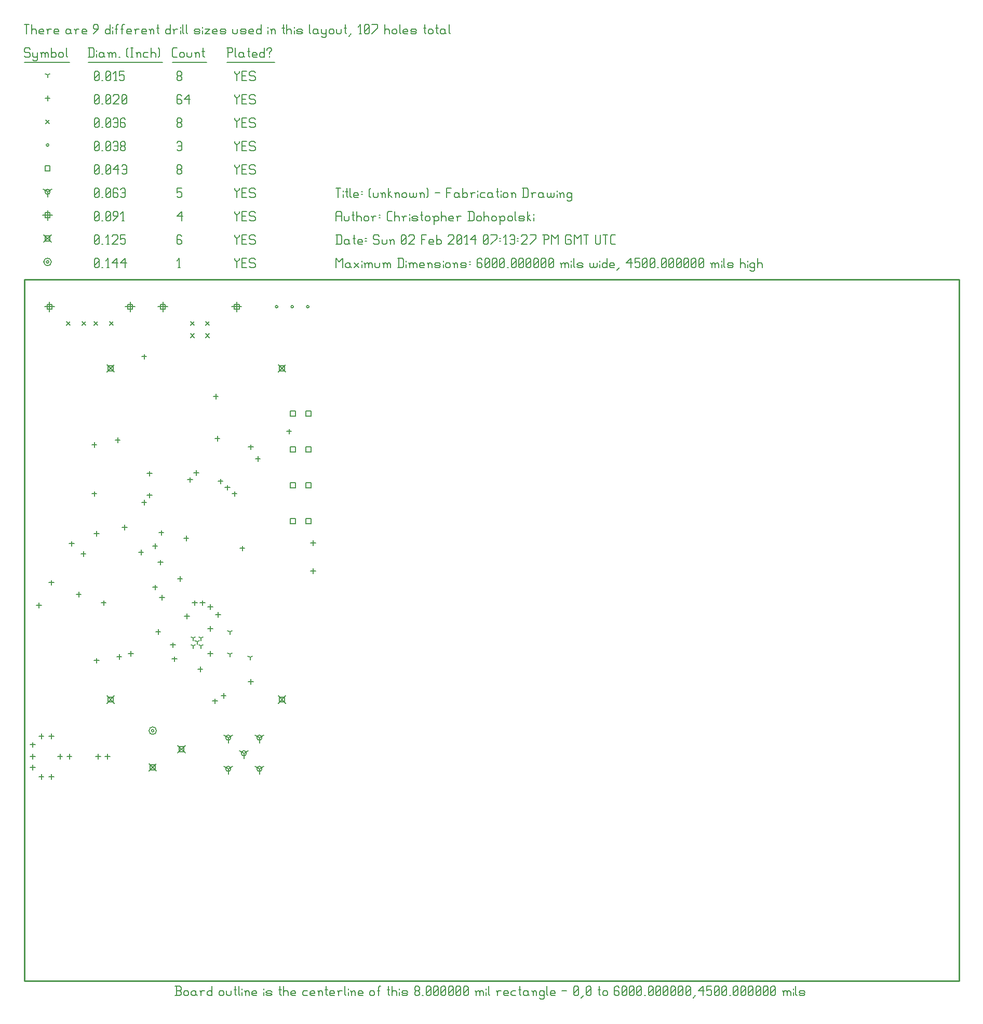
<source format=gbr>
G04 start of page 11 for group -3984 idx -3984 *
G04 Title: (unknown), fab *
G04 Creator: pcb 20110918 *
G04 CreationDate: Sun 02 Feb 2014 07:13:27 PM GMT UTC *
G04 For: doho *
G04 Format: Gerber/RS-274X *
G04 PCB-Dimensions: 600000 450000 *
G04 PCB-Coordinate-Origin: lower left *
%MOIN*%
%FSLAX25Y25*%
%LNFAB*%
%ADD137C,0.0100*%
%ADD136C,0.0060*%
%ADD135R,0.0080X0.0080*%
G54D135*X81700Y160500D02*G75*G03X83300Y160500I800J0D01*G01*
G75*G03X81700Y160500I-800J0D01*G01*
X80100D02*G75*G03X84900Y160500I2400J0D01*G01*
G75*G03X80100Y160500I-2400J0D01*G01*
X14200Y461250D02*G75*G03X15800Y461250I800J0D01*G01*
G75*G03X14200Y461250I-800J0D01*G01*
X12600D02*G75*G03X17400Y461250I2400J0D01*G01*
G75*G03X12600Y461250I-2400J0D01*G01*
G54D136*X135000Y463500D02*Y462750D01*
X136500Y461250D01*
X138000Y462750D01*
Y463500D02*Y462750D01*
X136500Y461250D02*Y457500D01*
X139800Y460500D02*X142050D01*
X139800Y457500D02*X142800D01*
X139800Y463500D02*Y457500D01*
Y463500D02*X142800D01*
X147600D02*X148350Y462750D01*
X145350Y463500D02*X147600D01*
X144600Y462750D02*X145350Y463500D01*
X144600Y462750D02*Y461250D01*
X145350Y460500D01*
X147600D01*
X148350Y459750D01*
Y458250D01*
X147600Y457500D02*X148350Y458250D01*
X145350Y457500D02*X147600D01*
X144600Y458250D02*X145350Y457500D01*
X98750D02*X100250D01*
X99500Y463500D02*Y457500D01*
X98000Y462000D02*X99500Y463500D01*
X45000Y458250D02*X45750Y457500D01*
X45000Y462750D02*Y458250D01*
Y462750D02*X45750Y463500D01*
X47250D01*
X48000Y462750D01*
Y458250D01*
X47250Y457500D02*X48000Y458250D01*
X45750Y457500D02*X47250D01*
X45000Y459000D02*X48000Y462000D01*
X49800Y457500D02*X50550D01*
X53100D02*X54600D01*
X53850Y463500D02*Y457500D01*
X52350Y462000D02*X53850Y463500D01*
X56400Y460500D02*X59400Y463500D01*
X56400Y460500D02*X60150D01*
X59400Y463500D02*Y457500D01*
X61950Y460500D02*X64950Y463500D01*
X61950Y460500D02*X65700D01*
X64950Y463500D02*Y457500D01*
X80100Y139278D02*X84900Y134478D01*
X80100D02*X84900Y139278D01*
X80900Y138478D02*X84100D01*
X80900D02*Y135278D01*
X84100D01*
Y138478D02*Y135278D01*
X98604Y151089D02*X103404Y146289D01*
X98604D02*X103404Y151089D01*
X99404Y150289D02*X102604D01*
X99404D02*Y147089D01*
X102604D01*
Y150289D02*Y147089D01*
X163100Y182900D02*X167900Y178100D01*
X163100D02*X167900Y182900D01*
X163900Y182100D02*X167100D01*
X163900D02*Y178900D01*
X167100D01*
Y182100D02*Y178900D01*
X163100Y395400D02*X167900Y390600D01*
X163100D02*X167900Y395400D01*
X163900Y394600D02*X167100D01*
X163900D02*Y391400D01*
X167100D01*
Y394600D02*Y391400D01*
X53100Y395400D02*X57900Y390600D01*
X53100D02*X57900Y395400D01*
X53900Y394600D02*X57100D01*
X53900D02*Y391400D01*
X57100D01*
Y394600D02*Y391400D01*
X53100Y182900D02*X57900Y178100D01*
X53100D02*X57900Y182900D01*
X53900Y182100D02*X57100D01*
X53900D02*Y178900D01*
X57100D01*
Y182100D02*Y178900D01*
X12600Y478650D02*X17400Y473850D01*
X12600D02*X17400Y478650D01*
X13400Y477850D02*X16600D01*
X13400D02*Y474650D01*
X16600D01*
Y477850D02*Y474650D01*
X135000Y478500D02*Y477750D01*
X136500Y476250D01*
X138000Y477750D01*
Y478500D02*Y477750D01*
X136500Y476250D02*Y472500D01*
X139800Y475500D02*X142050D01*
X139800Y472500D02*X142800D01*
X139800Y478500D02*Y472500D01*
Y478500D02*X142800D01*
X147600D02*X148350Y477750D01*
X145350Y478500D02*X147600D01*
X144600Y477750D02*X145350Y478500D01*
X144600Y477750D02*Y476250D01*
X145350Y475500D01*
X147600D01*
X148350Y474750D01*
Y473250D01*
X147600Y472500D02*X148350Y473250D01*
X145350Y472500D02*X147600D01*
X144600Y473250D02*X145350Y472500D01*
X100250Y478500D02*X101000Y477750D01*
X98750Y478500D02*X100250D01*
X98000Y477750D02*X98750Y478500D01*
X98000Y477750D02*Y473250D01*
X98750Y472500D01*
X100250Y475500D02*X101000Y474750D01*
X98000Y475500D02*X100250D01*
X98750Y472500D02*X100250D01*
X101000Y473250D01*
Y474750D02*Y473250D01*
X45000D02*X45750Y472500D01*
X45000Y477750D02*Y473250D01*
Y477750D02*X45750Y478500D01*
X47250D01*
X48000Y477750D01*
Y473250D01*
X47250Y472500D02*X48000Y473250D01*
X45750Y472500D02*X47250D01*
X45000Y474000D02*X48000Y477000D01*
X49800Y472500D02*X50550D01*
X53100D02*X54600D01*
X53850Y478500D02*Y472500D01*
X52350Y477000D02*X53850Y478500D01*
X56400Y477750D02*X57150Y478500D01*
X59400D01*
X60150Y477750D01*
Y476250D01*
X56400Y472500D02*X60150Y476250D01*
X56400Y472500D02*X60150D01*
X61950Y478500D02*X64950D01*
X61950D02*Y475500D01*
X62700Y476250D01*
X64200D01*
X64950Y475500D01*
Y473250D01*
X64200Y472500D02*X64950Y473250D01*
X62700Y472500D02*X64200D01*
X61950Y473250D02*X62700Y472500D01*
X68000Y435700D02*Y429300D01*
X64800Y432500D02*X71200D01*
X66400Y434100D02*X69600D01*
X66400D02*Y430900D01*
X69600D01*
Y434100D02*Y430900D01*
X16300Y435700D02*Y429300D01*
X13100Y432500D02*X19500D01*
X14700Y434100D02*X17900D01*
X14700D02*Y430900D01*
X17900D01*
Y434100D02*Y430900D01*
X89000Y435700D02*Y429300D01*
X85800Y432500D02*X92200D01*
X87400Y434100D02*X90600D01*
X87400D02*Y430900D01*
X90600D01*
Y434100D02*Y430900D01*
X136402Y435700D02*Y429300D01*
X133202Y432500D02*X139602D01*
X134802Y434100D02*X138002D01*
X134802D02*Y430900D01*
X138002D01*
Y434100D02*Y430900D01*
X15000Y494450D02*Y488050D01*
X11800Y491250D02*X18200D01*
X13400Y492850D02*X16600D01*
X13400D02*Y489650D01*
X16600D01*
Y492850D02*Y489650D01*
X135000Y493500D02*Y492750D01*
X136500Y491250D01*
X138000Y492750D01*
Y493500D02*Y492750D01*
X136500Y491250D02*Y487500D01*
X139800Y490500D02*X142050D01*
X139800Y487500D02*X142800D01*
X139800Y493500D02*Y487500D01*
Y493500D02*X142800D01*
X147600D02*X148350Y492750D01*
X145350Y493500D02*X147600D01*
X144600Y492750D02*X145350Y493500D01*
X144600Y492750D02*Y491250D01*
X145350Y490500D01*
X147600D01*
X148350Y489750D01*
Y488250D01*
X147600Y487500D02*X148350Y488250D01*
X145350Y487500D02*X147600D01*
X144600Y488250D02*X145350Y487500D01*
X98000Y490500D02*X101000Y493500D01*
X98000Y490500D02*X101750D01*
X101000Y493500D02*Y487500D01*
X45000Y488250D02*X45750Y487500D01*
X45000Y492750D02*Y488250D01*
Y492750D02*X45750Y493500D01*
X47250D01*
X48000Y492750D01*
Y488250D01*
X47250Y487500D02*X48000Y488250D01*
X45750Y487500D02*X47250D01*
X45000Y489000D02*X48000Y492000D01*
X49800Y487500D02*X50550D01*
X52350Y488250D02*X53100Y487500D01*
X52350Y492750D02*Y488250D01*
Y492750D02*X53100Y493500D01*
X54600D01*
X55350Y492750D01*
Y488250D01*
X54600Y487500D02*X55350Y488250D01*
X53100Y487500D02*X54600D01*
X52350Y489000D02*X55350Y492000D01*
X57150Y487500D02*X60150Y490500D01*
Y492750D02*Y490500D01*
X59400Y493500D02*X60150Y492750D01*
X57900Y493500D02*X59400D01*
X57150Y492750D02*X57900Y493500D01*
X57150Y492750D02*Y491250D01*
X57900Y490500D01*
X60150D01*
X62700Y487500D02*X64200D01*
X63450Y493500D02*Y487500D01*
X61950Y492000D02*X63450Y493500D01*
X141000Y146000D02*Y142800D01*
Y146000D02*X143773Y147600D01*
X141000Y146000D02*X138227Y147600D01*
X139400Y146000D02*G75*G03X142600Y146000I1600J0D01*G01*
G75*G03X139400Y146000I-1600J0D01*G01*
X151000Y156000D02*Y152800D01*
Y156000D02*X153773Y157600D01*
X151000Y156000D02*X148227Y157600D01*
X149400Y156000D02*G75*G03X152600Y156000I1600J0D01*G01*
G75*G03X149400Y156000I-1600J0D01*G01*
X151000Y136000D02*Y132800D01*
Y136000D02*X153773Y137600D01*
X151000Y136000D02*X148227Y137600D01*
X149400Y136000D02*G75*G03X152600Y136000I1600J0D01*G01*
G75*G03X149400Y136000I-1600J0D01*G01*
X131000D02*Y132800D01*
Y136000D02*X133773Y137600D01*
X131000Y136000D02*X128227Y137600D01*
X129400Y136000D02*G75*G03X132600Y136000I1600J0D01*G01*
G75*G03X129400Y136000I-1600J0D01*G01*
X131000Y156000D02*Y152800D01*
Y156000D02*X133773Y157600D01*
X131000Y156000D02*X128227Y157600D01*
X129400Y156000D02*G75*G03X132600Y156000I1600J0D01*G01*
G75*G03X129400Y156000I-1600J0D01*G01*
X15000Y506250D02*Y503050D01*
Y506250D02*X17773Y507850D01*
X15000Y506250D02*X12227Y507850D01*
X13400Y506250D02*G75*G03X16600Y506250I1600J0D01*G01*
G75*G03X13400Y506250I-1600J0D01*G01*
X135000Y508500D02*Y507750D01*
X136500Y506250D01*
X138000Y507750D01*
Y508500D02*Y507750D01*
X136500Y506250D02*Y502500D01*
X139800Y505500D02*X142050D01*
X139800Y502500D02*X142800D01*
X139800Y508500D02*Y502500D01*
Y508500D02*X142800D01*
X147600D02*X148350Y507750D01*
X145350Y508500D02*X147600D01*
X144600Y507750D02*X145350Y508500D01*
X144600Y507750D02*Y506250D01*
X145350Y505500D01*
X147600D01*
X148350Y504750D01*
Y503250D01*
X147600Y502500D02*X148350Y503250D01*
X145350Y502500D02*X147600D01*
X144600Y503250D02*X145350Y502500D01*
X98000Y508500D02*X101000D01*
X98000D02*Y505500D01*
X98750Y506250D01*
X100250D01*
X101000Y505500D01*
Y503250D01*
X100250Y502500D02*X101000Y503250D01*
X98750Y502500D02*X100250D01*
X98000Y503250D02*X98750Y502500D01*
X45000Y503250D02*X45750Y502500D01*
X45000Y507750D02*Y503250D01*
Y507750D02*X45750Y508500D01*
X47250D01*
X48000Y507750D01*
Y503250D01*
X47250Y502500D02*X48000Y503250D01*
X45750Y502500D02*X47250D01*
X45000Y504000D02*X48000Y507000D01*
X49800Y502500D02*X50550D01*
X52350Y503250D02*X53100Y502500D01*
X52350Y507750D02*Y503250D01*
Y507750D02*X53100Y508500D01*
X54600D01*
X55350Y507750D01*
Y503250D01*
X54600Y502500D02*X55350Y503250D01*
X53100Y502500D02*X54600D01*
X52350Y504000D02*X55350Y507000D01*
X59400Y508500D02*X60150Y507750D01*
X57900Y508500D02*X59400D01*
X57150Y507750D02*X57900Y508500D01*
X57150Y507750D02*Y503250D01*
X57900Y502500D01*
X59400Y505500D02*X60150Y504750D01*
X57150Y505500D02*X59400D01*
X57900Y502500D02*X59400D01*
X60150Y503250D01*
Y504750D02*Y503250D01*
X61950Y507750D02*X62700Y508500D01*
X64200D01*
X64950Y507750D01*
Y503250D01*
X64200Y502500D02*X64950Y503250D01*
X62700Y502500D02*X64200D01*
X61950Y503250D02*X62700Y502500D01*
Y505500D02*X64950D01*
X180900Y342600D02*X184100D01*
X180900D02*Y339400D01*
X184100D01*
Y342600D02*Y339400D01*
X170900Y342600D02*X174100D01*
X170900D02*Y339400D01*
X174100D01*
Y342600D02*Y339400D01*
X180900Y319600D02*X184100D01*
X180900D02*Y316400D01*
X184100D01*
Y319600D02*Y316400D01*
X170900Y319600D02*X174100D01*
X170900D02*Y316400D01*
X174100D01*
Y319600D02*Y316400D01*
X180900Y296600D02*X184100D01*
X180900D02*Y293400D01*
X184100D01*
Y296600D02*Y293400D01*
X170900Y296600D02*X174100D01*
X170900D02*Y293400D01*
X174100D01*
Y296600D02*Y293400D01*
X180900Y365600D02*X184100D01*
X180900D02*Y362400D01*
X184100D01*
Y365600D02*Y362400D01*
X170900Y365600D02*X174100D01*
X170900D02*Y362400D01*
X174100D01*
Y365600D02*Y362400D01*
X13400Y522850D02*X16600D01*
X13400D02*Y519650D01*
X16600D01*
Y522850D02*Y519650D01*
X135000Y523500D02*Y522750D01*
X136500Y521250D01*
X138000Y522750D01*
Y523500D02*Y522750D01*
X136500Y521250D02*Y517500D01*
X139800Y520500D02*X142050D01*
X139800Y517500D02*X142800D01*
X139800Y523500D02*Y517500D01*
Y523500D02*X142800D01*
X147600D02*X148350Y522750D01*
X145350Y523500D02*X147600D01*
X144600Y522750D02*X145350Y523500D01*
X144600Y522750D02*Y521250D01*
X145350Y520500D01*
X147600D01*
X148350Y519750D01*
Y518250D01*
X147600Y517500D02*X148350Y518250D01*
X145350Y517500D02*X147600D01*
X144600Y518250D02*X145350Y517500D01*
X98000Y518250D02*X98750Y517500D01*
X98000Y519750D02*Y518250D01*
Y519750D02*X98750Y520500D01*
X100250D01*
X101000Y519750D01*
Y518250D01*
X100250Y517500D02*X101000Y518250D01*
X98750Y517500D02*X100250D01*
X98000Y521250D02*X98750Y520500D01*
X98000Y522750D02*Y521250D01*
Y522750D02*X98750Y523500D01*
X100250D01*
X101000Y522750D01*
Y521250D01*
X100250Y520500D02*X101000Y521250D01*
X45000Y518250D02*X45750Y517500D01*
X45000Y522750D02*Y518250D01*
Y522750D02*X45750Y523500D01*
X47250D01*
X48000Y522750D01*
Y518250D01*
X47250Y517500D02*X48000Y518250D01*
X45750Y517500D02*X47250D01*
X45000Y519000D02*X48000Y522000D01*
X49800Y517500D02*X50550D01*
X52350Y518250D02*X53100Y517500D01*
X52350Y522750D02*Y518250D01*
Y522750D02*X53100Y523500D01*
X54600D01*
X55350Y522750D01*
Y518250D01*
X54600Y517500D02*X55350Y518250D01*
X53100Y517500D02*X54600D01*
X52350Y519000D02*X55350Y522000D01*
X57150Y520500D02*X60150Y523500D01*
X57150Y520500D02*X60900D01*
X60150Y523500D02*Y517500D01*
X62700Y522750D02*X63450Y523500D01*
X64950D01*
X65700Y522750D01*
Y518250D01*
X64950Y517500D02*X65700Y518250D01*
X63450Y517500D02*X64950D01*
X62700Y518250D02*X63450Y517500D01*
Y520500D02*X65700D01*
X161200Y432500D02*G75*G03X162800Y432500I800J0D01*G01*
G75*G03X161200Y432500I-800J0D01*G01*
X171200D02*G75*G03X172800Y432500I800J0D01*G01*
G75*G03X171200Y432500I-800J0D01*G01*
X181200D02*G75*G03X182800Y432500I800J0D01*G01*
G75*G03X181200Y432500I-800J0D01*G01*
X14200Y536250D02*G75*G03X15800Y536250I800J0D01*G01*
G75*G03X14200Y536250I-800J0D01*G01*
X135000Y538500D02*Y537750D01*
X136500Y536250D01*
X138000Y537750D01*
Y538500D02*Y537750D01*
X136500Y536250D02*Y532500D01*
X139800Y535500D02*X142050D01*
X139800Y532500D02*X142800D01*
X139800Y538500D02*Y532500D01*
Y538500D02*X142800D01*
X147600D02*X148350Y537750D01*
X145350Y538500D02*X147600D01*
X144600Y537750D02*X145350Y538500D01*
X144600Y537750D02*Y536250D01*
X145350Y535500D01*
X147600D01*
X148350Y534750D01*
Y533250D01*
X147600Y532500D02*X148350Y533250D01*
X145350Y532500D02*X147600D01*
X144600Y533250D02*X145350Y532500D01*
X98000Y537750D02*X98750Y538500D01*
X100250D01*
X101000Y537750D01*
Y533250D01*
X100250Y532500D02*X101000Y533250D01*
X98750Y532500D02*X100250D01*
X98000Y533250D02*X98750Y532500D01*
Y535500D02*X101000D01*
X45000Y533250D02*X45750Y532500D01*
X45000Y537750D02*Y533250D01*
Y537750D02*X45750Y538500D01*
X47250D01*
X48000Y537750D01*
Y533250D01*
X47250Y532500D02*X48000Y533250D01*
X45750Y532500D02*X47250D01*
X45000Y534000D02*X48000Y537000D01*
X49800Y532500D02*X50550D01*
X52350Y533250D02*X53100Y532500D01*
X52350Y537750D02*Y533250D01*
Y537750D02*X53100Y538500D01*
X54600D01*
X55350Y537750D01*
Y533250D01*
X54600Y532500D02*X55350Y533250D01*
X53100Y532500D02*X54600D01*
X52350Y534000D02*X55350Y537000D01*
X57150Y537750D02*X57900Y538500D01*
X59400D01*
X60150Y537750D01*
Y533250D01*
X59400Y532500D02*X60150Y533250D01*
X57900Y532500D02*X59400D01*
X57150Y533250D02*X57900Y532500D01*
Y535500D02*X60150D01*
X61950Y533250D02*X62700Y532500D01*
X61950Y534750D02*Y533250D01*
Y534750D02*X62700Y535500D01*
X64200D01*
X64950Y534750D01*
Y533250D01*
X64200Y532500D02*X64950Y533250D01*
X62700Y532500D02*X64200D01*
X61950Y536250D02*X62700Y535500D01*
X61950Y537750D02*Y536250D01*
Y537750D02*X62700Y538500D01*
X64200D01*
X64950Y537750D01*
Y536250D01*
X64200Y535500D02*X64950Y536250D01*
X54700Y423000D02*X57100Y420600D01*
X54700D02*X57100Y423000D01*
X44900D02*X47300Y420600D01*
X44900D02*X47300Y423000D01*
X37000D02*X39400Y420600D01*
X37000D02*X39400Y423000D01*
X27200D02*X29600Y420600D01*
X27200D02*X29600Y423000D01*
X116422Y415157D02*X118822Y412757D01*
X116422D02*X118822Y415157D01*
X106680D02*X109080Y412757D01*
X106680D02*X109080Y415157D01*
X116422Y423031D02*X118822Y420631D01*
X116422D02*X118822Y423031D01*
X106680D02*X109080Y420631D01*
X106680D02*X109080Y423031D01*
X13800Y552450D02*X16200Y550050D01*
X13800D02*X16200Y552450D01*
X135000Y553500D02*Y552750D01*
X136500Y551250D01*
X138000Y552750D01*
Y553500D02*Y552750D01*
X136500Y551250D02*Y547500D01*
X139800Y550500D02*X142050D01*
X139800Y547500D02*X142800D01*
X139800Y553500D02*Y547500D01*
Y553500D02*X142800D01*
X147600D02*X148350Y552750D01*
X145350Y553500D02*X147600D01*
X144600Y552750D02*X145350Y553500D01*
X144600Y552750D02*Y551250D01*
X145350Y550500D01*
X147600D01*
X148350Y549750D01*
Y548250D01*
X147600Y547500D02*X148350Y548250D01*
X145350Y547500D02*X147600D01*
X144600Y548250D02*X145350Y547500D01*
X98000Y548250D02*X98750Y547500D01*
X98000Y549750D02*Y548250D01*
Y549750D02*X98750Y550500D01*
X100250D01*
X101000Y549750D01*
Y548250D01*
X100250Y547500D02*X101000Y548250D01*
X98750Y547500D02*X100250D01*
X98000Y551250D02*X98750Y550500D01*
X98000Y552750D02*Y551250D01*
Y552750D02*X98750Y553500D01*
X100250D01*
X101000Y552750D01*
Y551250D01*
X100250Y550500D02*X101000Y551250D01*
X45000Y548250D02*X45750Y547500D01*
X45000Y552750D02*Y548250D01*
Y552750D02*X45750Y553500D01*
X47250D01*
X48000Y552750D01*
Y548250D01*
X47250Y547500D02*X48000Y548250D01*
X45750Y547500D02*X47250D01*
X45000Y549000D02*X48000Y552000D01*
X49800Y547500D02*X50550D01*
X52350Y548250D02*X53100Y547500D01*
X52350Y552750D02*Y548250D01*
Y552750D02*X53100Y553500D01*
X54600D01*
X55350Y552750D01*
Y548250D01*
X54600Y547500D02*X55350Y548250D01*
X53100Y547500D02*X54600D01*
X52350Y549000D02*X55350Y552000D01*
X57150Y552750D02*X57900Y553500D01*
X59400D01*
X60150Y552750D01*
Y548250D01*
X59400Y547500D02*X60150Y548250D01*
X57900Y547500D02*X59400D01*
X57150Y548250D02*X57900Y547500D01*
Y550500D02*X60150D01*
X64200Y553500D02*X64950Y552750D01*
X62700Y553500D02*X64200D01*
X61950Y552750D02*X62700Y553500D01*
X61950Y552750D02*Y548250D01*
X62700Y547500D01*
X64200Y550500D02*X64950Y549750D01*
X61950Y550500D02*X64200D01*
X62700Y547500D02*X64200D01*
X64950Y548250D01*
Y549750D02*Y548250D01*
X38000Y275600D02*Y272400D01*
X36400Y274000D02*X39600D01*
X5500Y138600D02*Y135400D01*
X3900Y137000D02*X7100D01*
X29000Y145600D02*Y142400D01*
X27400Y144000D02*X30600D01*
X5500Y145600D02*Y142400D01*
X3900Y144000D02*X7100D01*
X5500Y153100D02*Y149900D01*
X3900Y151500D02*X7100D01*
X61000Y209600D02*Y206400D01*
X59400Y208000D02*X62600D01*
X17500Y132600D02*Y129400D01*
X15900Y131000D02*X19100D01*
X140000Y279100D02*Y275900D01*
X138400Y277500D02*X141600D01*
X11000Y132600D02*Y129400D01*
X9400Y131000D02*X12600D01*
X87500Y270100D02*Y266900D01*
X85900Y268500D02*X89100D01*
X47500Y145600D02*Y142400D01*
X45900Y144000D02*X49100D01*
X11000Y158600D02*Y155400D01*
X9400Y157000D02*X12600D01*
X17500Y158600D02*Y155400D01*
X15900Y157000D02*X19100D01*
X23000Y145600D02*Y142400D01*
X21400Y144000D02*X24600D01*
X68500Y211600D02*Y208400D01*
X66900Y210000D02*X70100D01*
X128000Y184600D02*Y181400D01*
X126400Y183000D02*X129600D01*
X145559Y193541D02*Y190341D01*
X143959Y191941D02*X147159D01*
X145500Y344100D02*Y340900D01*
X143900Y342500D02*X147100D01*
X122500Y181100D02*Y177900D01*
X120900Y179500D02*X124100D01*
X35000Y249600D02*Y246400D01*
X33400Y248000D02*X36600D01*
X135000Y314100D02*Y310900D01*
X133400Y312500D02*X136600D01*
X185500Y282600D02*Y279400D01*
X183900Y281000D02*X187100D01*
X130500Y318100D02*Y314900D01*
X128900Y316500D02*X132100D01*
X119500Y211600D02*Y208400D01*
X117900Y210000D02*X121100D01*
X119500Y241600D02*Y238400D01*
X117900Y240000D02*X121100D01*
X170000Y354100D02*Y350900D01*
X168400Y352500D02*X171600D01*
X86000Y225600D02*Y222400D01*
X84400Y224000D02*X87600D01*
X185500Y264600D02*Y261400D01*
X183900Y263000D02*X187100D01*
X123000Y376600D02*Y373400D01*
X121400Y375000D02*X124600D01*
X119500Y227600D02*Y224400D01*
X117900Y226000D02*X121100D01*
X113000Y201600D02*Y198400D01*
X111400Y200000D02*X114600D01*
X84000Y254100D02*Y250900D01*
X82400Y252500D02*X85600D01*
X124500Y236600D02*Y233400D01*
X122900Y235000D02*X126100D01*
X150000Y336600D02*Y333400D01*
X148400Y335000D02*X151600D01*
X124000Y349600D02*Y346400D01*
X122400Y348000D02*X125600D01*
X104500Y235600D02*Y232400D01*
X102900Y234000D02*X106100D01*
X17500Y257100D02*Y253900D01*
X15900Y255500D02*X19100D01*
X88000Y289100D02*Y285900D01*
X86400Y287500D02*X89600D01*
X51000Y244100D02*Y240900D01*
X49400Y242500D02*X52600D01*
X53500Y145600D02*Y142400D01*
X51900Y144000D02*X55100D01*
X46500Y207100D02*Y203900D01*
X44900Y205500D02*X48100D01*
X9500Y242600D02*Y239400D01*
X7900Y241000D02*X11100D01*
X96500Y208100D02*Y204900D01*
X94900Y206500D02*X98100D01*
X95500Y217100D02*Y213900D01*
X93900Y215500D02*X97100D01*
X77000Y402100D02*Y398900D01*
X75400Y400500D02*X78600D01*
X46500Y288600D02*Y285400D01*
X44900Y287000D02*X48100D01*
X80500Y327100D02*Y323900D01*
X78900Y325500D02*X82100D01*
X77000Y308600D02*Y305400D01*
X75400Y307000D02*X78600D01*
X80500Y313100D02*Y309900D01*
X78900Y311500D02*X82100D01*
X60000Y348600D02*Y345400D01*
X58400Y347000D02*X61600D01*
X110500Y327600D02*Y324400D01*
X108900Y326000D02*X112100D01*
X106500Y323100D02*Y319900D01*
X104900Y321500D02*X108100D01*
X126000Y322100D02*Y318900D01*
X124400Y320500D02*X127600D01*
X30500Y282100D02*Y278900D01*
X28900Y280500D02*X32100D01*
X45000Y345600D02*Y342400D01*
X43400Y344000D02*X46600D01*
X45000Y314100D02*Y310900D01*
X43400Y312500D02*X46600D01*
X114500Y244100D02*Y240900D01*
X112900Y242500D02*X116100D01*
X109500Y244100D02*Y240900D01*
X107900Y242500D02*X111100D01*
X100000Y259600D02*Y256400D01*
X98400Y258000D02*X101600D01*
X88500Y247600D02*Y244400D01*
X86900Y246000D02*X90100D01*
X104000Y285600D02*Y282400D01*
X102400Y284000D02*X105600D01*
X75000Y276600D02*Y273400D01*
X73400Y275000D02*X76600D01*
X84000Y280600D02*Y277400D01*
X82400Y279000D02*X85600D01*
X64500Y292600D02*Y289400D01*
X62900Y291000D02*X66100D01*
X15000Y567850D02*Y564650D01*
X13400Y566250D02*X16600D01*
X135000Y568500D02*Y567750D01*
X136500Y566250D01*
X138000Y567750D01*
Y568500D02*Y567750D01*
X136500Y566250D02*Y562500D01*
X139800Y565500D02*X142050D01*
X139800Y562500D02*X142800D01*
X139800Y568500D02*Y562500D01*
Y568500D02*X142800D01*
X147600D02*X148350Y567750D01*
X145350Y568500D02*X147600D01*
X144600Y567750D02*X145350Y568500D01*
X144600Y567750D02*Y566250D01*
X145350Y565500D01*
X147600D01*
X148350Y564750D01*
Y563250D01*
X147600Y562500D02*X148350Y563250D01*
X145350Y562500D02*X147600D01*
X144600Y563250D02*X145350Y562500D01*
X100250Y568500D02*X101000Y567750D01*
X98750Y568500D02*X100250D01*
X98000Y567750D02*X98750Y568500D01*
X98000Y567750D02*Y563250D01*
X98750Y562500D01*
X100250Y565500D02*X101000Y564750D01*
X98000Y565500D02*X100250D01*
X98750Y562500D02*X100250D01*
X101000Y563250D01*
Y564750D02*Y563250D01*
X102800Y565500D02*X105800Y568500D01*
X102800Y565500D02*X106550D01*
X105800Y568500D02*Y562500D01*
X45000Y563250D02*X45750Y562500D01*
X45000Y567750D02*Y563250D01*
Y567750D02*X45750Y568500D01*
X47250D01*
X48000Y567750D01*
Y563250D01*
X47250Y562500D02*X48000Y563250D01*
X45750Y562500D02*X47250D01*
X45000Y564000D02*X48000Y567000D01*
X49800Y562500D02*X50550D01*
X52350Y563250D02*X53100Y562500D01*
X52350Y567750D02*Y563250D01*
Y567750D02*X53100Y568500D01*
X54600D01*
X55350Y567750D01*
Y563250D01*
X54600Y562500D02*X55350Y563250D01*
X53100Y562500D02*X54600D01*
X52350Y564000D02*X55350Y567000D01*
X57150Y567750D02*X57900Y568500D01*
X60150D01*
X60900Y567750D01*
Y566250D01*
X57150Y562500D02*X60900Y566250D01*
X57150Y562500D02*X60900D01*
X62700Y563250D02*X63450Y562500D01*
X62700Y567750D02*Y563250D01*
Y567750D02*X63450Y568500D01*
X64950D01*
X65700Y567750D01*
Y563250D01*
X64950Y562500D02*X65700Y563250D01*
X63450Y562500D02*X64950D01*
X62700Y564000D02*X65700Y567000D01*
X108500Y220000D02*Y218400D01*
Y220000D02*X109887Y220800D01*
X108500Y220000D02*X107113Y220800D01*
X113500Y220000D02*Y218400D01*
Y220000D02*X114887Y220800D01*
X113500Y220000D02*X112113Y220800D01*
X113500Y215000D02*Y213400D01*
Y215000D02*X114887Y215800D01*
X113500Y215000D02*X112113Y215800D01*
X108500Y215000D02*Y213400D01*
Y215000D02*X109887Y215800D01*
X108500Y215000D02*X107113Y215800D01*
X111000Y217500D02*Y215900D01*
Y217500D02*X112387Y218300D01*
X111000Y217500D02*X109613Y218300D01*
X132000Y224000D02*Y222400D01*
Y224000D02*X133387Y224800D01*
X132000Y224000D02*X130613Y224800D01*
X132000Y209500D02*Y207900D01*
Y209500D02*X133387Y210300D01*
X132000Y209500D02*X130613Y210300D01*
X145000Y207500D02*Y205900D01*
Y207500D02*X146387Y208300D01*
X145000Y207500D02*X143613Y208300D01*
X15000Y581250D02*Y579650D01*
Y581250D02*X16387Y582050D01*
X15000Y581250D02*X13613Y582050D01*
X135000Y583500D02*Y582750D01*
X136500Y581250D01*
X138000Y582750D01*
Y583500D02*Y582750D01*
X136500Y581250D02*Y577500D01*
X139800Y580500D02*X142050D01*
X139800Y577500D02*X142800D01*
X139800Y583500D02*Y577500D01*
Y583500D02*X142800D01*
X147600D02*X148350Y582750D01*
X145350Y583500D02*X147600D01*
X144600Y582750D02*X145350Y583500D01*
X144600Y582750D02*Y581250D01*
X145350Y580500D01*
X147600D01*
X148350Y579750D01*
Y578250D01*
X147600Y577500D02*X148350Y578250D01*
X145350Y577500D02*X147600D01*
X144600Y578250D02*X145350Y577500D01*
X98000Y578250D02*X98750Y577500D01*
X98000Y579750D02*Y578250D01*
Y579750D02*X98750Y580500D01*
X100250D01*
X101000Y579750D01*
Y578250D01*
X100250Y577500D02*X101000Y578250D01*
X98750Y577500D02*X100250D01*
X98000Y581250D02*X98750Y580500D01*
X98000Y582750D02*Y581250D01*
Y582750D02*X98750Y583500D01*
X100250D01*
X101000Y582750D01*
Y581250D01*
X100250Y580500D02*X101000Y581250D01*
X45000Y578250D02*X45750Y577500D01*
X45000Y582750D02*Y578250D01*
Y582750D02*X45750Y583500D01*
X47250D01*
X48000Y582750D01*
Y578250D01*
X47250Y577500D02*X48000Y578250D01*
X45750Y577500D02*X47250D01*
X45000Y579000D02*X48000Y582000D01*
X49800Y577500D02*X50550D01*
X52350Y578250D02*X53100Y577500D01*
X52350Y582750D02*Y578250D01*
Y582750D02*X53100Y583500D01*
X54600D01*
X55350Y582750D01*
Y578250D01*
X54600Y577500D02*X55350Y578250D01*
X53100Y577500D02*X54600D01*
X52350Y579000D02*X55350Y582000D01*
X57900Y577500D02*X59400D01*
X58650Y583500D02*Y577500D01*
X57150Y582000D02*X58650Y583500D01*
X61200D02*X64200D01*
X61200D02*Y580500D01*
X61950Y581250D01*
X63450D01*
X64200Y580500D01*
Y578250D01*
X63450Y577500D02*X64200Y578250D01*
X61950Y577500D02*X63450D01*
X61200Y578250D02*X61950Y577500D01*
X3000Y598500D02*X3750Y597750D01*
X750Y598500D02*X3000D01*
X0Y597750D02*X750Y598500D01*
X0Y597750D02*Y596250D01*
X750Y595500D01*
X3000D01*
X3750Y594750D01*
Y593250D01*
X3000Y592500D02*X3750Y593250D01*
X750Y592500D02*X3000D01*
X0Y593250D02*X750Y592500D01*
X5550Y595500D02*Y593250D01*
X6300Y592500D01*
X8550Y595500D02*Y591000D01*
X7800Y590250D02*X8550Y591000D01*
X6300Y590250D02*X7800D01*
X5550Y591000D02*X6300Y590250D01*
Y592500D02*X7800D01*
X8550Y593250D01*
X11100Y594750D02*Y592500D01*
Y594750D02*X11850Y595500D01*
X12600D01*
X13350Y594750D01*
Y592500D01*
Y594750D02*X14100Y595500D01*
X14850D01*
X15600Y594750D01*
Y592500D01*
X10350Y595500D02*X11100Y594750D01*
X17400Y598500D02*Y592500D01*
Y593250D02*X18150Y592500D01*
X19650D01*
X20400Y593250D01*
Y594750D02*Y593250D01*
X19650Y595500D02*X20400Y594750D01*
X18150Y595500D02*X19650D01*
X17400Y594750D02*X18150Y595500D01*
X22200Y594750D02*Y593250D01*
Y594750D02*X22950Y595500D01*
X24450D01*
X25200Y594750D01*
Y593250D01*
X24450Y592500D02*X25200Y593250D01*
X22950Y592500D02*X24450D01*
X22200Y593250D02*X22950Y592500D01*
X27000Y598500D02*Y593250D01*
X27750Y592500D01*
X0Y589250D02*X29250D01*
X41750Y598500D02*Y592500D01*
X44000Y598500D02*X44750Y597750D01*
Y593250D01*
X44000Y592500D02*X44750Y593250D01*
X41000Y592500D02*X44000D01*
X41000Y598500D02*X44000D01*
X46550Y597000D02*Y596250D01*
Y594750D02*Y592500D01*
X50300Y595500D02*X51050Y594750D01*
X48800Y595500D02*X50300D01*
X48050Y594750D02*X48800Y595500D01*
X48050Y594750D02*Y593250D01*
X48800Y592500D01*
X51050Y595500D02*Y593250D01*
X51800Y592500D01*
X48800D02*X50300D01*
X51050Y593250D01*
X54350Y594750D02*Y592500D01*
Y594750D02*X55100Y595500D01*
X55850D01*
X56600Y594750D01*
Y592500D01*
Y594750D02*X57350Y595500D01*
X58100D01*
X58850Y594750D01*
Y592500D01*
X53600Y595500D02*X54350Y594750D01*
X60650Y592500D02*X61400D01*
X65900Y593250D02*X66650Y592500D01*
X65900Y597750D02*X66650Y598500D01*
X65900Y597750D02*Y593250D01*
X68450Y598500D02*X69950D01*
X69200D02*Y592500D01*
X68450D02*X69950D01*
X72500Y594750D02*Y592500D01*
Y594750D02*X73250Y595500D01*
X74000D01*
X74750Y594750D01*
Y592500D01*
X71750Y595500D02*X72500Y594750D01*
X77300Y595500D02*X79550D01*
X76550Y594750D02*X77300Y595500D01*
X76550Y594750D02*Y593250D01*
X77300Y592500D01*
X79550D01*
X81350Y598500D02*Y592500D01*
Y594750D02*X82100Y595500D01*
X83600D01*
X84350Y594750D01*
Y592500D01*
X86150Y598500D02*X86900Y597750D01*
Y593250D01*
X86150Y592500D02*X86900Y593250D01*
X41000Y589250D02*X88700D01*
X95750Y592500D02*X98000D01*
X95000Y593250D02*X95750Y592500D01*
X95000Y597750D02*Y593250D01*
Y597750D02*X95750Y598500D01*
X98000D01*
X99800Y594750D02*Y593250D01*
Y594750D02*X100550Y595500D01*
X102050D01*
X102800Y594750D01*
Y593250D01*
X102050Y592500D02*X102800Y593250D01*
X100550Y592500D02*X102050D01*
X99800Y593250D02*X100550Y592500D01*
X104600Y595500D02*Y593250D01*
X105350Y592500D01*
X106850D01*
X107600Y593250D01*
Y595500D02*Y593250D01*
X110150Y594750D02*Y592500D01*
Y594750D02*X110900Y595500D01*
X111650D01*
X112400Y594750D01*
Y592500D01*
X109400Y595500D02*X110150Y594750D01*
X114950Y598500D02*Y593250D01*
X115700Y592500D01*
X114200Y596250D02*X115700D01*
X95000Y589250D02*X117200D01*
X130750Y598500D02*Y592500D01*
X130000Y598500D02*X133000D01*
X133750Y597750D01*
Y596250D01*
X133000Y595500D02*X133750Y596250D01*
X130750Y595500D02*X133000D01*
X135550Y598500D02*Y593250D01*
X136300Y592500D01*
X140050Y595500D02*X140800Y594750D01*
X138550Y595500D02*X140050D01*
X137800Y594750D02*X138550Y595500D01*
X137800Y594750D02*Y593250D01*
X138550Y592500D01*
X140800Y595500D02*Y593250D01*
X141550Y592500D01*
X138550D02*X140050D01*
X140800Y593250D01*
X144100Y598500D02*Y593250D01*
X144850Y592500D01*
X143350Y596250D02*X144850D01*
X147100Y592500D02*X149350D01*
X146350Y593250D02*X147100Y592500D01*
X146350Y594750D02*Y593250D01*
Y594750D02*X147100Y595500D01*
X148600D01*
X149350Y594750D01*
X146350Y594000D02*X149350D01*
Y594750D02*Y594000D01*
X154150Y598500D02*Y592500D01*
X153400D02*X154150Y593250D01*
X151900Y592500D02*X153400D01*
X151150Y593250D02*X151900Y592500D01*
X151150Y594750D02*Y593250D01*
Y594750D02*X151900Y595500D01*
X153400D01*
X154150Y594750D01*
X157450Y595500D02*Y594750D01*
Y593250D02*Y592500D01*
X155950Y597750D02*Y597000D01*
Y597750D02*X156700Y598500D01*
X158200D01*
X158950Y597750D01*
Y597000D01*
X157450Y595500D02*X158950Y597000D01*
X130000Y589250D02*X160750D01*
X0Y613500D02*X3000D01*
X1500D02*Y607500D01*
X4800Y613500D02*Y607500D01*
Y609750D02*X5550Y610500D01*
X7050D01*
X7800Y609750D01*
Y607500D01*
X10350D02*X12600D01*
X9600Y608250D02*X10350Y607500D01*
X9600Y609750D02*Y608250D01*
Y609750D02*X10350Y610500D01*
X11850D01*
X12600Y609750D01*
X9600Y609000D02*X12600D01*
Y609750D02*Y609000D01*
X15150Y609750D02*Y607500D01*
Y609750D02*X15900Y610500D01*
X17400D01*
X14400D02*X15150Y609750D01*
X19950Y607500D02*X22200D01*
X19200Y608250D02*X19950Y607500D01*
X19200Y609750D02*Y608250D01*
Y609750D02*X19950Y610500D01*
X21450D01*
X22200Y609750D01*
X19200Y609000D02*X22200D01*
Y609750D02*Y609000D01*
X28950Y610500D02*X29700Y609750D01*
X27450Y610500D02*X28950D01*
X26700Y609750D02*X27450Y610500D01*
X26700Y609750D02*Y608250D01*
X27450Y607500D01*
X29700Y610500D02*Y608250D01*
X30450Y607500D01*
X27450D02*X28950D01*
X29700Y608250D01*
X33000Y609750D02*Y607500D01*
Y609750D02*X33750Y610500D01*
X35250D01*
X32250D02*X33000Y609750D01*
X37800Y607500D02*X40050D01*
X37050Y608250D02*X37800Y607500D01*
X37050Y609750D02*Y608250D01*
Y609750D02*X37800Y610500D01*
X39300D01*
X40050Y609750D01*
X37050Y609000D02*X40050D01*
Y609750D02*Y609000D01*
X44550Y607500D02*X47550Y610500D01*
Y612750D02*Y610500D01*
X46800Y613500D02*X47550Y612750D01*
X45300Y613500D02*X46800D01*
X44550Y612750D02*X45300Y613500D01*
X44550Y612750D02*Y611250D01*
X45300Y610500D01*
X47550D01*
X55050Y613500D02*Y607500D01*
X54300D02*X55050Y608250D01*
X52800Y607500D02*X54300D01*
X52050Y608250D02*X52800Y607500D01*
X52050Y609750D02*Y608250D01*
Y609750D02*X52800Y610500D01*
X54300D01*
X55050Y609750D01*
X56850Y612000D02*Y611250D01*
Y609750D02*Y607500D01*
X59100Y612750D02*Y607500D01*
Y612750D02*X59850Y613500D01*
X60600D01*
X58350Y610500D02*X59850D01*
X62850Y612750D02*Y607500D01*
Y612750D02*X63600Y613500D01*
X64350D01*
X62100Y610500D02*X63600D01*
X66600Y607500D02*X68850D01*
X65850Y608250D02*X66600Y607500D01*
X65850Y609750D02*Y608250D01*
Y609750D02*X66600Y610500D01*
X68100D01*
X68850Y609750D01*
X65850Y609000D02*X68850D01*
Y609750D02*Y609000D01*
X71400Y609750D02*Y607500D01*
Y609750D02*X72150Y610500D01*
X73650D01*
X70650D02*X71400Y609750D01*
X76200Y607500D02*X78450D01*
X75450Y608250D02*X76200Y607500D01*
X75450Y609750D02*Y608250D01*
Y609750D02*X76200Y610500D01*
X77700D01*
X78450Y609750D01*
X75450Y609000D02*X78450D01*
Y609750D02*Y609000D01*
X81000Y609750D02*Y607500D01*
Y609750D02*X81750Y610500D01*
X82500D01*
X83250Y609750D01*
Y607500D01*
X80250Y610500D02*X81000Y609750D01*
X85800Y613500D02*Y608250D01*
X86550Y607500D01*
X85050Y611250D02*X86550D01*
X93750Y613500D02*Y607500D01*
X93000D02*X93750Y608250D01*
X91500Y607500D02*X93000D01*
X90750Y608250D02*X91500Y607500D01*
X90750Y609750D02*Y608250D01*
Y609750D02*X91500Y610500D01*
X93000D01*
X93750Y609750D01*
X96300D02*Y607500D01*
Y609750D02*X97050Y610500D01*
X98550D01*
X95550D02*X96300Y609750D01*
X100350Y612000D02*Y611250D01*
Y609750D02*Y607500D01*
X101850Y613500D02*Y608250D01*
X102600Y607500D01*
X104100Y613500D02*Y608250D01*
X104850Y607500D01*
X109800D02*X112050D01*
X112800Y608250D01*
X112050Y609000D02*X112800Y608250D01*
X109800Y609000D02*X112050D01*
X109050Y609750D02*X109800Y609000D01*
X109050Y609750D02*X109800Y610500D01*
X112050D01*
X112800Y609750D01*
X109050Y608250D02*X109800Y607500D01*
X114600Y612000D02*Y611250D01*
Y609750D02*Y607500D01*
X116100Y610500D02*X119100D01*
X116100Y607500D02*X119100Y610500D01*
X116100Y607500D02*X119100D01*
X121650D02*X123900D01*
X120900Y608250D02*X121650Y607500D01*
X120900Y609750D02*Y608250D01*
Y609750D02*X121650Y610500D01*
X123150D01*
X123900Y609750D01*
X120900Y609000D02*X123900D01*
Y609750D02*Y609000D01*
X126450Y607500D02*X128700D01*
X129450Y608250D01*
X128700Y609000D02*X129450Y608250D01*
X126450Y609000D02*X128700D01*
X125700Y609750D02*X126450Y609000D01*
X125700Y609750D02*X126450Y610500D01*
X128700D01*
X129450Y609750D01*
X125700Y608250D02*X126450Y607500D01*
X133950Y610500D02*Y608250D01*
X134700Y607500D01*
X136200D01*
X136950Y608250D01*
Y610500D02*Y608250D01*
X139500Y607500D02*X141750D01*
X142500Y608250D01*
X141750Y609000D02*X142500Y608250D01*
X139500Y609000D02*X141750D01*
X138750Y609750D02*X139500Y609000D01*
X138750Y609750D02*X139500Y610500D01*
X141750D01*
X142500Y609750D01*
X138750Y608250D02*X139500Y607500D01*
X145050D02*X147300D01*
X144300Y608250D02*X145050Y607500D01*
X144300Y609750D02*Y608250D01*
Y609750D02*X145050Y610500D01*
X146550D01*
X147300Y609750D01*
X144300Y609000D02*X147300D01*
Y609750D02*Y609000D01*
X152100Y613500D02*Y607500D01*
X151350D02*X152100Y608250D01*
X149850Y607500D02*X151350D01*
X149100Y608250D02*X149850Y607500D01*
X149100Y609750D02*Y608250D01*
Y609750D02*X149850Y610500D01*
X151350D01*
X152100Y609750D01*
X156600Y612000D02*Y611250D01*
Y609750D02*Y607500D01*
X158850Y609750D02*Y607500D01*
Y609750D02*X159600Y610500D01*
X160350D01*
X161100Y609750D01*
Y607500D01*
X158100Y610500D02*X158850Y609750D01*
X166350Y613500D02*Y608250D01*
X167100Y607500D01*
X165600Y611250D02*X167100D01*
X168600Y613500D02*Y607500D01*
Y609750D02*X169350Y610500D01*
X170850D01*
X171600Y609750D01*
Y607500D01*
X173400Y612000D02*Y611250D01*
Y609750D02*Y607500D01*
X175650D02*X177900D01*
X178650Y608250D01*
X177900Y609000D02*X178650Y608250D01*
X175650Y609000D02*X177900D01*
X174900Y609750D02*X175650Y609000D01*
X174900Y609750D02*X175650Y610500D01*
X177900D01*
X178650Y609750D01*
X174900Y608250D02*X175650Y607500D01*
X183150Y613500D02*Y608250D01*
X183900Y607500D01*
X187650Y610500D02*X188400Y609750D01*
X186150Y610500D02*X187650D01*
X185400Y609750D02*X186150Y610500D01*
X185400Y609750D02*Y608250D01*
X186150Y607500D01*
X188400Y610500D02*Y608250D01*
X189150Y607500D01*
X186150D02*X187650D01*
X188400Y608250D01*
X190950Y610500D02*Y608250D01*
X191700Y607500D01*
X193950Y610500D02*Y606000D01*
X193200Y605250D02*X193950Y606000D01*
X191700Y605250D02*X193200D01*
X190950Y606000D02*X191700Y605250D01*
Y607500D02*X193200D01*
X193950Y608250D01*
X195750Y609750D02*Y608250D01*
Y609750D02*X196500Y610500D01*
X198000D01*
X198750Y609750D01*
Y608250D01*
X198000Y607500D02*X198750Y608250D01*
X196500Y607500D02*X198000D01*
X195750Y608250D02*X196500Y607500D01*
X200550Y610500D02*Y608250D01*
X201300Y607500D01*
X202800D01*
X203550Y608250D01*
Y610500D02*Y608250D01*
X206100Y613500D02*Y608250D01*
X206850Y607500D01*
X205350Y611250D02*X206850D01*
X208350Y606000D02*X209850Y607500D01*
X215100D02*X216600D01*
X215850Y613500D02*Y607500D01*
X214350Y612000D02*X215850Y613500D01*
X218400Y608250D02*X219150Y607500D01*
X218400Y612750D02*Y608250D01*
Y612750D02*X219150Y613500D01*
X220650D01*
X221400Y612750D01*
Y608250D01*
X220650Y607500D02*X221400Y608250D01*
X219150Y607500D02*X220650D01*
X218400Y609000D02*X221400Y612000D01*
X223200Y607500D02*X226950Y611250D01*
Y613500D02*Y611250D01*
X223200Y613500D02*X226950D01*
X231450D02*Y607500D01*
Y609750D02*X232200Y610500D01*
X233700D01*
X234450Y609750D01*
Y607500D01*
X236250Y609750D02*Y608250D01*
Y609750D02*X237000Y610500D01*
X238500D01*
X239250Y609750D01*
Y608250D01*
X238500Y607500D02*X239250Y608250D01*
X237000Y607500D02*X238500D01*
X236250Y608250D02*X237000Y607500D01*
X241050Y613500D02*Y608250D01*
X241800Y607500D01*
X244050D02*X246300D01*
X243300Y608250D02*X244050Y607500D01*
X243300Y609750D02*Y608250D01*
Y609750D02*X244050Y610500D01*
X245550D01*
X246300Y609750D01*
X243300Y609000D02*X246300D01*
Y609750D02*Y609000D01*
X248850Y607500D02*X251100D01*
X251850Y608250D01*
X251100Y609000D02*X251850Y608250D01*
X248850Y609000D02*X251100D01*
X248100Y609750D02*X248850Y609000D01*
X248100Y609750D02*X248850Y610500D01*
X251100D01*
X251850Y609750D01*
X248100Y608250D02*X248850Y607500D01*
X257100Y613500D02*Y608250D01*
X257850Y607500D01*
X256350Y611250D02*X257850D01*
X259350Y609750D02*Y608250D01*
Y609750D02*X260100Y610500D01*
X261600D01*
X262350Y609750D01*
Y608250D01*
X261600Y607500D02*X262350Y608250D01*
X260100Y607500D02*X261600D01*
X259350Y608250D02*X260100Y607500D01*
X264900Y613500D02*Y608250D01*
X265650Y607500D01*
X264150Y611250D02*X265650D01*
X269400Y610500D02*X270150Y609750D01*
X267900Y610500D02*X269400D01*
X267150Y609750D02*X267900Y610500D01*
X267150Y609750D02*Y608250D01*
X267900Y607500D01*
X270150Y610500D02*Y608250D01*
X270900Y607500D01*
X267900D02*X269400D01*
X270150Y608250D01*
X272700Y613500D02*Y608250D01*
X273450Y607500D01*
G54D137*X0Y450000D02*X600000D01*
X0D02*Y0D01*
X600000Y450000D02*Y0D01*
X0D02*X600000D01*
G54D136*X200000Y463500D02*Y457500D01*
Y463500D02*X202250Y461250D01*
X204500Y463500D01*
Y457500D01*
X208550Y460500D02*X209300Y459750D01*
X207050Y460500D02*X208550D01*
X206300Y459750D02*X207050Y460500D01*
X206300Y459750D02*Y458250D01*
X207050Y457500D01*
X209300Y460500D02*Y458250D01*
X210050Y457500D01*
X207050D02*X208550D01*
X209300Y458250D01*
X211850Y460500D02*X214850Y457500D01*
X211850D02*X214850Y460500D01*
X216650Y462000D02*Y461250D01*
Y459750D02*Y457500D01*
X218900Y459750D02*Y457500D01*
Y459750D02*X219650Y460500D01*
X220400D01*
X221150Y459750D01*
Y457500D01*
Y459750D02*X221900Y460500D01*
X222650D01*
X223400Y459750D01*
Y457500D01*
X218150Y460500D02*X218900Y459750D01*
X225200Y460500D02*Y458250D01*
X225950Y457500D01*
X227450D01*
X228200Y458250D01*
Y460500D02*Y458250D01*
X230750Y459750D02*Y457500D01*
Y459750D02*X231500Y460500D01*
X232250D01*
X233000Y459750D01*
Y457500D01*
Y459750D02*X233750Y460500D01*
X234500D01*
X235250Y459750D01*
Y457500D01*
X230000Y460500D02*X230750Y459750D01*
X240500Y463500D02*Y457500D01*
X242750Y463500D02*X243500Y462750D01*
Y458250D01*
X242750Y457500D02*X243500Y458250D01*
X239750Y457500D02*X242750D01*
X239750Y463500D02*X242750D01*
X245300Y462000D02*Y461250D01*
Y459750D02*Y457500D01*
X247550Y459750D02*Y457500D01*
Y459750D02*X248300Y460500D01*
X249050D01*
X249800Y459750D01*
Y457500D01*
Y459750D02*X250550Y460500D01*
X251300D01*
X252050Y459750D01*
Y457500D01*
X246800Y460500D02*X247550Y459750D01*
X254600Y457500D02*X256850D01*
X253850Y458250D02*X254600Y457500D01*
X253850Y459750D02*Y458250D01*
Y459750D02*X254600Y460500D01*
X256100D01*
X256850Y459750D01*
X253850Y459000D02*X256850D01*
Y459750D02*Y459000D01*
X259400Y459750D02*Y457500D01*
Y459750D02*X260150Y460500D01*
X260900D01*
X261650Y459750D01*
Y457500D01*
X258650Y460500D02*X259400Y459750D01*
X264200Y457500D02*X266450D01*
X267200Y458250D01*
X266450Y459000D02*X267200Y458250D01*
X264200Y459000D02*X266450D01*
X263450Y459750D02*X264200Y459000D01*
X263450Y459750D02*X264200Y460500D01*
X266450D01*
X267200Y459750D01*
X263450Y458250D02*X264200Y457500D01*
X269000Y462000D02*Y461250D01*
Y459750D02*Y457500D01*
X270500Y459750D02*Y458250D01*
Y459750D02*X271250Y460500D01*
X272750D01*
X273500Y459750D01*
Y458250D01*
X272750Y457500D02*X273500Y458250D01*
X271250Y457500D02*X272750D01*
X270500Y458250D02*X271250Y457500D01*
X276050Y459750D02*Y457500D01*
Y459750D02*X276800Y460500D01*
X277550D01*
X278300Y459750D01*
Y457500D01*
X275300Y460500D02*X276050Y459750D01*
X280850Y457500D02*X283100D01*
X283850Y458250D01*
X283100Y459000D02*X283850Y458250D01*
X280850Y459000D02*X283100D01*
X280100Y459750D02*X280850Y459000D01*
X280100Y459750D02*X280850Y460500D01*
X283100D01*
X283850Y459750D01*
X280100Y458250D02*X280850Y457500D01*
X285650Y461250D02*X286400D01*
X285650Y459750D02*X286400D01*
X293150Y463500D02*X293900Y462750D01*
X291650Y463500D02*X293150D01*
X290900Y462750D02*X291650Y463500D01*
X290900Y462750D02*Y458250D01*
X291650Y457500D01*
X293150Y460500D02*X293900Y459750D01*
X290900Y460500D02*X293150D01*
X291650Y457500D02*X293150D01*
X293900Y458250D01*
Y459750D02*Y458250D01*
X295700D02*X296450Y457500D01*
X295700Y462750D02*Y458250D01*
Y462750D02*X296450Y463500D01*
X297950D01*
X298700Y462750D01*
Y458250D01*
X297950Y457500D02*X298700Y458250D01*
X296450Y457500D02*X297950D01*
X295700Y459000D02*X298700Y462000D01*
X300500Y458250D02*X301250Y457500D01*
X300500Y462750D02*Y458250D01*
Y462750D02*X301250Y463500D01*
X302750D01*
X303500Y462750D01*
Y458250D01*
X302750Y457500D02*X303500Y458250D01*
X301250Y457500D02*X302750D01*
X300500Y459000D02*X303500Y462000D01*
X305300Y458250D02*X306050Y457500D01*
X305300Y462750D02*Y458250D01*
Y462750D02*X306050Y463500D01*
X307550D01*
X308300Y462750D01*
Y458250D01*
X307550Y457500D02*X308300Y458250D01*
X306050Y457500D02*X307550D01*
X305300Y459000D02*X308300Y462000D01*
X310100Y457500D02*X310850D01*
X312650Y458250D02*X313400Y457500D01*
X312650Y462750D02*Y458250D01*
Y462750D02*X313400Y463500D01*
X314900D01*
X315650Y462750D01*
Y458250D01*
X314900Y457500D02*X315650Y458250D01*
X313400Y457500D02*X314900D01*
X312650Y459000D02*X315650Y462000D01*
X317450Y458250D02*X318200Y457500D01*
X317450Y462750D02*Y458250D01*
Y462750D02*X318200Y463500D01*
X319700D01*
X320450Y462750D01*
Y458250D01*
X319700Y457500D02*X320450Y458250D01*
X318200Y457500D02*X319700D01*
X317450Y459000D02*X320450Y462000D01*
X322250Y458250D02*X323000Y457500D01*
X322250Y462750D02*Y458250D01*
Y462750D02*X323000Y463500D01*
X324500D01*
X325250Y462750D01*
Y458250D01*
X324500Y457500D02*X325250Y458250D01*
X323000Y457500D02*X324500D01*
X322250Y459000D02*X325250Y462000D01*
X327050Y458250D02*X327800Y457500D01*
X327050Y462750D02*Y458250D01*
Y462750D02*X327800Y463500D01*
X329300D01*
X330050Y462750D01*
Y458250D01*
X329300Y457500D02*X330050Y458250D01*
X327800Y457500D02*X329300D01*
X327050Y459000D02*X330050Y462000D01*
X331850Y458250D02*X332600Y457500D01*
X331850Y462750D02*Y458250D01*
Y462750D02*X332600Y463500D01*
X334100D01*
X334850Y462750D01*
Y458250D01*
X334100Y457500D02*X334850Y458250D01*
X332600Y457500D02*X334100D01*
X331850Y459000D02*X334850Y462000D01*
X336650Y458250D02*X337400Y457500D01*
X336650Y462750D02*Y458250D01*
Y462750D02*X337400Y463500D01*
X338900D01*
X339650Y462750D01*
Y458250D01*
X338900Y457500D02*X339650Y458250D01*
X337400Y457500D02*X338900D01*
X336650Y459000D02*X339650Y462000D01*
X344900Y459750D02*Y457500D01*
Y459750D02*X345650Y460500D01*
X346400D01*
X347150Y459750D01*
Y457500D01*
Y459750D02*X347900Y460500D01*
X348650D01*
X349400Y459750D01*
Y457500D01*
X344150Y460500D02*X344900Y459750D01*
X351200Y462000D02*Y461250D01*
Y459750D02*Y457500D01*
X352700Y463500D02*Y458250D01*
X353450Y457500D01*
X355700D02*X357950D01*
X358700Y458250D01*
X357950Y459000D02*X358700Y458250D01*
X355700Y459000D02*X357950D01*
X354950Y459750D02*X355700Y459000D01*
X354950Y459750D02*X355700Y460500D01*
X357950D01*
X358700Y459750D01*
X354950Y458250D02*X355700Y457500D01*
X363200Y460500D02*Y458250D01*
X363950Y457500D01*
X364700D01*
X365450Y458250D01*
Y460500D02*Y458250D01*
X366200Y457500D01*
X366950D01*
X367700Y458250D01*
Y460500D02*Y458250D01*
X369500Y462000D02*Y461250D01*
Y459750D02*Y457500D01*
X374000Y463500D02*Y457500D01*
X373250D02*X374000Y458250D01*
X371750Y457500D02*X373250D01*
X371000Y458250D02*X371750Y457500D01*
X371000Y459750D02*Y458250D01*
Y459750D02*X371750Y460500D01*
X373250D01*
X374000Y459750D01*
X376550Y457500D02*X378800D01*
X375800Y458250D02*X376550Y457500D01*
X375800Y459750D02*Y458250D01*
Y459750D02*X376550Y460500D01*
X378050D01*
X378800Y459750D01*
X375800Y459000D02*X378800D01*
Y459750D02*Y459000D01*
X380600Y456000D02*X382100Y457500D01*
X386600Y460500D02*X389600Y463500D01*
X386600Y460500D02*X390350D01*
X389600Y463500D02*Y457500D01*
X392150Y463500D02*X395150D01*
X392150D02*Y460500D01*
X392900Y461250D01*
X394400D01*
X395150Y460500D01*
Y458250D01*
X394400Y457500D02*X395150Y458250D01*
X392900Y457500D02*X394400D01*
X392150Y458250D02*X392900Y457500D01*
X396950Y458250D02*X397700Y457500D01*
X396950Y462750D02*Y458250D01*
Y462750D02*X397700Y463500D01*
X399200D01*
X399950Y462750D01*
Y458250D01*
X399200Y457500D02*X399950Y458250D01*
X397700Y457500D02*X399200D01*
X396950Y459000D02*X399950Y462000D01*
X401750Y458250D02*X402500Y457500D01*
X401750Y462750D02*Y458250D01*
Y462750D02*X402500Y463500D01*
X404000D01*
X404750Y462750D01*
Y458250D01*
X404000Y457500D02*X404750Y458250D01*
X402500Y457500D02*X404000D01*
X401750Y459000D02*X404750Y462000D01*
X406550Y457500D02*X407300D01*
X409100Y458250D02*X409850Y457500D01*
X409100Y462750D02*Y458250D01*
Y462750D02*X409850Y463500D01*
X411350D01*
X412100Y462750D01*
Y458250D01*
X411350Y457500D02*X412100Y458250D01*
X409850Y457500D02*X411350D01*
X409100Y459000D02*X412100Y462000D01*
X413900Y458250D02*X414650Y457500D01*
X413900Y462750D02*Y458250D01*
Y462750D02*X414650Y463500D01*
X416150D01*
X416900Y462750D01*
Y458250D01*
X416150Y457500D02*X416900Y458250D01*
X414650Y457500D02*X416150D01*
X413900Y459000D02*X416900Y462000D01*
X418700Y458250D02*X419450Y457500D01*
X418700Y462750D02*Y458250D01*
Y462750D02*X419450Y463500D01*
X420950D01*
X421700Y462750D01*
Y458250D01*
X420950Y457500D02*X421700Y458250D01*
X419450Y457500D02*X420950D01*
X418700Y459000D02*X421700Y462000D01*
X423500Y458250D02*X424250Y457500D01*
X423500Y462750D02*Y458250D01*
Y462750D02*X424250Y463500D01*
X425750D01*
X426500Y462750D01*
Y458250D01*
X425750Y457500D02*X426500Y458250D01*
X424250Y457500D02*X425750D01*
X423500Y459000D02*X426500Y462000D01*
X428300Y458250D02*X429050Y457500D01*
X428300Y462750D02*Y458250D01*
Y462750D02*X429050Y463500D01*
X430550D01*
X431300Y462750D01*
Y458250D01*
X430550Y457500D02*X431300Y458250D01*
X429050Y457500D02*X430550D01*
X428300Y459000D02*X431300Y462000D01*
X433100Y458250D02*X433850Y457500D01*
X433100Y462750D02*Y458250D01*
Y462750D02*X433850Y463500D01*
X435350D01*
X436100Y462750D01*
Y458250D01*
X435350Y457500D02*X436100Y458250D01*
X433850Y457500D02*X435350D01*
X433100Y459000D02*X436100Y462000D01*
X441350Y459750D02*Y457500D01*
Y459750D02*X442100Y460500D01*
X442850D01*
X443600Y459750D01*
Y457500D01*
Y459750D02*X444350Y460500D01*
X445100D01*
X445850Y459750D01*
Y457500D01*
X440600Y460500D02*X441350Y459750D01*
X447650Y462000D02*Y461250D01*
Y459750D02*Y457500D01*
X449150Y463500D02*Y458250D01*
X449900Y457500D01*
X452150D02*X454400D01*
X455150Y458250D01*
X454400Y459000D02*X455150Y458250D01*
X452150Y459000D02*X454400D01*
X451400Y459750D02*X452150Y459000D01*
X451400Y459750D02*X452150Y460500D01*
X454400D01*
X455150Y459750D01*
X451400Y458250D02*X452150Y457500D01*
X459650Y463500D02*Y457500D01*
Y459750D02*X460400Y460500D01*
X461900D01*
X462650Y459750D01*
Y457500D01*
X464450Y462000D02*Y461250D01*
Y459750D02*Y457500D01*
X468200Y460500D02*X468950Y459750D01*
X466700Y460500D02*X468200D01*
X465950Y459750D02*X466700Y460500D01*
X465950Y459750D02*Y458250D01*
X466700Y457500D01*
X468200D01*
X468950Y458250D01*
X465950Y456000D02*X466700Y455250D01*
X468200D01*
X468950Y456000D01*
Y460500D02*Y456000D01*
X470750Y463500D02*Y457500D01*
Y459750D02*X471500Y460500D01*
X473000D01*
X473750Y459750D01*
Y457500D01*
X96900Y-9500D02*X99900D01*
X100650Y-8750D01*
Y-7250D02*Y-8750D01*
X99900Y-6500D02*X100650Y-7250D01*
X97650Y-6500D02*X99900D01*
X97650Y-3500D02*Y-9500D01*
X96900Y-3500D02*X99900D01*
X100650Y-4250D01*
Y-5750D01*
X99900Y-6500D02*X100650Y-5750D01*
X102450Y-7250D02*Y-8750D01*
Y-7250D02*X103200Y-6500D01*
X104700D01*
X105450Y-7250D01*
Y-8750D01*
X104700Y-9500D02*X105450Y-8750D01*
X103200Y-9500D02*X104700D01*
X102450Y-8750D02*X103200Y-9500D01*
X109500Y-6500D02*X110250Y-7250D01*
X108000Y-6500D02*X109500D01*
X107250Y-7250D02*X108000Y-6500D01*
X107250Y-7250D02*Y-8750D01*
X108000Y-9500D01*
X110250Y-6500D02*Y-8750D01*
X111000Y-9500D01*
X108000D02*X109500D01*
X110250Y-8750D01*
X113550Y-7250D02*Y-9500D01*
Y-7250D02*X114300Y-6500D01*
X115800D01*
X112800D02*X113550Y-7250D01*
X120600Y-3500D02*Y-9500D01*
X119850D02*X120600Y-8750D01*
X118350Y-9500D02*X119850D01*
X117600Y-8750D02*X118350Y-9500D01*
X117600Y-7250D02*Y-8750D01*
Y-7250D02*X118350Y-6500D01*
X119850D01*
X120600Y-7250D01*
X125100D02*Y-8750D01*
Y-7250D02*X125850Y-6500D01*
X127350D01*
X128100Y-7250D01*
Y-8750D01*
X127350Y-9500D02*X128100Y-8750D01*
X125850Y-9500D02*X127350D01*
X125100Y-8750D02*X125850Y-9500D01*
X129900Y-6500D02*Y-8750D01*
X130650Y-9500D01*
X132150D01*
X132900Y-8750D01*
Y-6500D02*Y-8750D01*
X135450Y-3500D02*Y-8750D01*
X136200Y-9500D01*
X134700Y-5750D02*X136200D01*
X137700Y-3500D02*Y-8750D01*
X138450Y-9500D01*
X139950Y-5000D02*Y-5750D01*
Y-7250D02*Y-9500D01*
X142200Y-7250D02*Y-9500D01*
Y-7250D02*X142950Y-6500D01*
X143700D01*
X144450Y-7250D01*
Y-9500D01*
X141450Y-6500D02*X142200Y-7250D01*
X147000Y-9500D02*X149250D01*
X146250Y-8750D02*X147000Y-9500D01*
X146250Y-7250D02*Y-8750D01*
Y-7250D02*X147000Y-6500D01*
X148500D01*
X149250Y-7250D01*
X146250Y-8000D02*X149250D01*
Y-7250D02*Y-8000D01*
X153750Y-5000D02*Y-5750D01*
Y-7250D02*Y-9500D01*
X156000D02*X158250D01*
X159000Y-8750D01*
X158250Y-8000D02*X159000Y-8750D01*
X156000Y-8000D02*X158250D01*
X155250Y-7250D02*X156000Y-8000D01*
X155250Y-7250D02*X156000Y-6500D01*
X158250D01*
X159000Y-7250D01*
X155250Y-8750D02*X156000Y-9500D01*
X164250Y-3500D02*Y-8750D01*
X165000Y-9500D01*
X163500Y-5750D02*X165000D01*
X166500Y-3500D02*Y-9500D01*
Y-7250D02*X167250Y-6500D01*
X168750D01*
X169500Y-7250D01*
Y-9500D01*
X172050D02*X174300D01*
X171300Y-8750D02*X172050Y-9500D01*
X171300Y-7250D02*Y-8750D01*
Y-7250D02*X172050Y-6500D01*
X173550D01*
X174300Y-7250D01*
X171300Y-8000D02*X174300D01*
Y-7250D02*Y-8000D01*
X179550Y-6500D02*X181800D01*
X178800Y-7250D02*X179550Y-6500D01*
X178800Y-7250D02*Y-8750D01*
X179550Y-9500D01*
X181800D01*
X184350D02*X186600D01*
X183600Y-8750D02*X184350Y-9500D01*
X183600Y-7250D02*Y-8750D01*
Y-7250D02*X184350Y-6500D01*
X185850D01*
X186600Y-7250D01*
X183600Y-8000D02*X186600D01*
Y-7250D02*Y-8000D01*
X189150Y-7250D02*Y-9500D01*
Y-7250D02*X189900Y-6500D01*
X190650D01*
X191400Y-7250D01*
Y-9500D01*
X188400Y-6500D02*X189150Y-7250D01*
X193950Y-3500D02*Y-8750D01*
X194700Y-9500D01*
X193200Y-5750D02*X194700D01*
X196950Y-9500D02*X199200D01*
X196200Y-8750D02*X196950Y-9500D01*
X196200Y-7250D02*Y-8750D01*
Y-7250D02*X196950Y-6500D01*
X198450D01*
X199200Y-7250D01*
X196200Y-8000D02*X199200D01*
Y-7250D02*Y-8000D01*
X201750Y-7250D02*Y-9500D01*
Y-7250D02*X202500Y-6500D01*
X204000D01*
X201000D02*X201750Y-7250D01*
X205800Y-3500D02*Y-8750D01*
X206550Y-9500D01*
X208050Y-5000D02*Y-5750D01*
Y-7250D02*Y-9500D01*
X210300Y-7250D02*Y-9500D01*
Y-7250D02*X211050Y-6500D01*
X211800D01*
X212550Y-7250D01*
Y-9500D01*
X209550Y-6500D02*X210300Y-7250D01*
X215100Y-9500D02*X217350D01*
X214350Y-8750D02*X215100Y-9500D01*
X214350Y-7250D02*Y-8750D01*
Y-7250D02*X215100Y-6500D01*
X216600D01*
X217350Y-7250D01*
X214350Y-8000D02*X217350D01*
Y-7250D02*Y-8000D01*
X221850Y-7250D02*Y-8750D01*
Y-7250D02*X222600Y-6500D01*
X224100D01*
X224850Y-7250D01*
Y-8750D01*
X224100Y-9500D02*X224850Y-8750D01*
X222600Y-9500D02*X224100D01*
X221850Y-8750D02*X222600Y-9500D01*
X227400Y-4250D02*Y-9500D01*
Y-4250D02*X228150Y-3500D01*
X228900D01*
X226650Y-6500D02*X228150D01*
X233850Y-3500D02*Y-8750D01*
X234600Y-9500D01*
X233100Y-5750D02*X234600D01*
X236100Y-3500D02*Y-9500D01*
Y-7250D02*X236850Y-6500D01*
X238350D01*
X239100Y-7250D01*
Y-9500D01*
X240900Y-5000D02*Y-5750D01*
Y-7250D02*Y-9500D01*
X243150D02*X245400D01*
X246150Y-8750D01*
X245400Y-8000D02*X246150Y-8750D01*
X243150Y-8000D02*X245400D01*
X242400Y-7250D02*X243150Y-8000D01*
X242400Y-7250D02*X243150Y-6500D01*
X245400D01*
X246150Y-7250D01*
X242400Y-8750D02*X243150Y-9500D01*
X250650Y-8750D02*X251400Y-9500D01*
X250650Y-7250D02*Y-8750D01*
Y-7250D02*X251400Y-6500D01*
X252900D01*
X253650Y-7250D01*
Y-8750D01*
X252900Y-9500D02*X253650Y-8750D01*
X251400Y-9500D02*X252900D01*
X250650Y-5750D02*X251400Y-6500D01*
X250650Y-4250D02*Y-5750D01*
Y-4250D02*X251400Y-3500D01*
X252900D01*
X253650Y-4250D01*
Y-5750D01*
X252900Y-6500D02*X253650Y-5750D01*
X255450Y-9500D02*X256200D01*
X258000Y-8750D02*X258750Y-9500D01*
X258000Y-4250D02*Y-8750D01*
Y-4250D02*X258750Y-3500D01*
X260250D01*
X261000Y-4250D01*
Y-8750D01*
X260250Y-9500D02*X261000Y-8750D01*
X258750Y-9500D02*X260250D01*
X258000Y-8000D02*X261000Y-5000D01*
X262800Y-8750D02*X263550Y-9500D01*
X262800Y-4250D02*Y-8750D01*
Y-4250D02*X263550Y-3500D01*
X265050D01*
X265800Y-4250D01*
Y-8750D01*
X265050Y-9500D02*X265800Y-8750D01*
X263550Y-9500D02*X265050D01*
X262800Y-8000D02*X265800Y-5000D01*
X267600Y-8750D02*X268350Y-9500D01*
X267600Y-4250D02*Y-8750D01*
Y-4250D02*X268350Y-3500D01*
X269850D01*
X270600Y-4250D01*
Y-8750D01*
X269850Y-9500D02*X270600Y-8750D01*
X268350Y-9500D02*X269850D01*
X267600Y-8000D02*X270600Y-5000D01*
X272400Y-8750D02*X273150Y-9500D01*
X272400Y-4250D02*Y-8750D01*
Y-4250D02*X273150Y-3500D01*
X274650D01*
X275400Y-4250D01*
Y-8750D01*
X274650Y-9500D02*X275400Y-8750D01*
X273150Y-9500D02*X274650D01*
X272400Y-8000D02*X275400Y-5000D01*
X277200Y-8750D02*X277950Y-9500D01*
X277200Y-4250D02*Y-8750D01*
Y-4250D02*X277950Y-3500D01*
X279450D01*
X280200Y-4250D01*
Y-8750D01*
X279450Y-9500D02*X280200Y-8750D01*
X277950Y-9500D02*X279450D01*
X277200Y-8000D02*X280200Y-5000D01*
X282000Y-8750D02*X282750Y-9500D01*
X282000Y-4250D02*Y-8750D01*
Y-4250D02*X282750Y-3500D01*
X284250D01*
X285000Y-4250D01*
Y-8750D01*
X284250Y-9500D02*X285000Y-8750D01*
X282750Y-9500D02*X284250D01*
X282000Y-8000D02*X285000Y-5000D01*
X290250Y-7250D02*Y-9500D01*
Y-7250D02*X291000Y-6500D01*
X291750D01*
X292500Y-7250D01*
Y-9500D01*
Y-7250D02*X293250Y-6500D01*
X294000D01*
X294750Y-7250D01*
Y-9500D01*
X289500Y-6500D02*X290250Y-7250D01*
X296550Y-5000D02*Y-5750D01*
Y-7250D02*Y-9500D01*
X298050Y-3500D02*Y-8750D01*
X298800Y-9500D01*
X303750Y-7250D02*Y-9500D01*
Y-7250D02*X304500Y-6500D01*
X306000D01*
X303000D02*X303750Y-7250D01*
X308550Y-9500D02*X310800D01*
X307800Y-8750D02*X308550Y-9500D01*
X307800Y-7250D02*Y-8750D01*
Y-7250D02*X308550Y-6500D01*
X310050D01*
X310800Y-7250D01*
X307800Y-8000D02*X310800D01*
Y-7250D02*Y-8000D01*
X313350Y-6500D02*X315600D01*
X312600Y-7250D02*X313350Y-6500D01*
X312600Y-7250D02*Y-8750D01*
X313350Y-9500D01*
X315600D01*
X318150Y-3500D02*Y-8750D01*
X318900Y-9500D01*
X317400Y-5750D02*X318900D01*
X322650Y-6500D02*X323400Y-7250D01*
X321150Y-6500D02*X322650D01*
X320400Y-7250D02*X321150Y-6500D01*
X320400Y-7250D02*Y-8750D01*
X321150Y-9500D01*
X323400Y-6500D02*Y-8750D01*
X324150Y-9500D01*
X321150D02*X322650D01*
X323400Y-8750D01*
X326700Y-7250D02*Y-9500D01*
Y-7250D02*X327450Y-6500D01*
X328200D01*
X328950Y-7250D01*
Y-9500D01*
X325950Y-6500D02*X326700Y-7250D01*
X333000Y-6500D02*X333750Y-7250D01*
X331500Y-6500D02*X333000D01*
X330750Y-7250D02*X331500Y-6500D01*
X330750Y-7250D02*Y-8750D01*
X331500Y-9500D01*
X333000D01*
X333750Y-8750D01*
X330750Y-11000D02*X331500Y-11750D01*
X333000D01*
X333750Y-11000D01*
Y-6500D02*Y-11000D01*
X335550Y-3500D02*Y-8750D01*
X336300Y-9500D01*
X338550D02*X340800D01*
X337800Y-8750D02*X338550Y-9500D01*
X337800Y-7250D02*Y-8750D01*
Y-7250D02*X338550Y-6500D01*
X340050D01*
X340800Y-7250D01*
X337800Y-8000D02*X340800D01*
Y-7250D02*Y-8000D01*
X345300Y-6500D02*X348300D01*
X352800Y-8750D02*X353550Y-9500D01*
X352800Y-4250D02*Y-8750D01*
Y-4250D02*X353550Y-3500D01*
X355050D01*
X355800Y-4250D01*
Y-8750D01*
X355050Y-9500D02*X355800Y-8750D01*
X353550Y-9500D02*X355050D01*
X352800Y-8000D02*X355800Y-5000D01*
X357600Y-11000D02*X359100Y-9500D01*
X360900Y-8750D02*X361650Y-9500D01*
X360900Y-4250D02*Y-8750D01*
Y-4250D02*X361650Y-3500D01*
X363150D01*
X363900Y-4250D01*
Y-8750D01*
X363150Y-9500D02*X363900Y-8750D01*
X361650Y-9500D02*X363150D01*
X360900Y-8000D02*X363900Y-5000D01*
X369150Y-3500D02*Y-8750D01*
X369900Y-9500D01*
X368400Y-5750D02*X369900D01*
X371400Y-7250D02*Y-8750D01*
Y-7250D02*X372150Y-6500D01*
X373650D01*
X374400Y-7250D01*
Y-8750D01*
X373650Y-9500D02*X374400Y-8750D01*
X372150Y-9500D02*X373650D01*
X371400Y-8750D02*X372150Y-9500D01*
X381150Y-3500D02*X381900Y-4250D01*
X379650Y-3500D02*X381150D01*
X378900Y-4250D02*X379650Y-3500D01*
X378900Y-4250D02*Y-8750D01*
X379650Y-9500D01*
X381150Y-6500D02*X381900Y-7250D01*
X378900Y-6500D02*X381150D01*
X379650Y-9500D02*X381150D01*
X381900Y-8750D01*
Y-7250D02*Y-8750D01*
X383700D02*X384450Y-9500D01*
X383700Y-4250D02*Y-8750D01*
Y-4250D02*X384450Y-3500D01*
X385950D01*
X386700Y-4250D01*
Y-8750D01*
X385950Y-9500D02*X386700Y-8750D01*
X384450Y-9500D02*X385950D01*
X383700Y-8000D02*X386700Y-5000D01*
X388500Y-8750D02*X389250Y-9500D01*
X388500Y-4250D02*Y-8750D01*
Y-4250D02*X389250Y-3500D01*
X390750D01*
X391500Y-4250D01*
Y-8750D01*
X390750Y-9500D02*X391500Y-8750D01*
X389250Y-9500D02*X390750D01*
X388500Y-8000D02*X391500Y-5000D01*
X393300Y-8750D02*X394050Y-9500D01*
X393300Y-4250D02*Y-8750D01*
Y-4250D02*X394050Y-3500D01*
X395550D01*
X396300Y-4250D01*
Y-8750D01*
X395550Y-9500D02*X396300Y-8750D01*
X394050Y-9500D02*X395550D01*
X393300Y-8000D02*X396300Y-5000D01*
X398100Y-9500D02*X398850D01*
X400650Y-8750D02*X401400Y-9500D01*
X400650Y-4250D02*Y-8750D01*
Y-4250D02*X401400Y-3500D01*
X402900D01*
X403650Y-4250D01*
Y-8750D01*
X402900Y-9500D02*X403650Y-8750D01*
X401400Y-9500D02*X402900D01*
X400650Y-8000D02*X403650Y-5000D01*
X405450Y-8750D02*X406200Y-9500D01*
X405450Y-4250D02*Y-8750D01*
Y-4250D02*X406200Y-3500D01*
X407700D01*
X408450Y-4250D01*
Y-8750D01*
X407700Y-9500D02*X408450Y-8750D01*
X406200Y-9500D02*X407700D01*
X405450Y-8000D02*X408450Y-5000D01*
X410250Y-8750D02*X411000Y-9500D01*
X410250Y-4250D02*Y-8750D01*
Y-4250D02*X411000Y-3500D01*
X412500D01*
X413250Y-4250D01*
Y-8750D01*
X412500Y-9500D02*X413250Y-8750D01*
X411000Y-9500D02*X412500D01*
X410250Y-8000D02*X413250Y-5000D01*
X415050Y-8750D02*X415800Y-9500D01*
X415050Y-4250D02*Y-8750D01*
Y-4250D02*X415800Y-3500D01*
X417300D01*
X418050Y-4250D01*
Y-8750D01*
X417300Y-9500D02*X418050Y-8750D01*
X415800Y-9500D02*X417300D01*
X415050Y-8000D02*X418050Y-5000D01*
X419850Y-8750D02*X420600Y-9500D01*
X419850Y-4250D02*Y-8750D01*
Y-4250D02*X420600Y-3500D01*
X422100D01*
X422850Y-4250D01*
Y-8750D01*
X422100Y-9500D02*X422850Y-8750D01*
X420600Y-9500D02*X422100D01*
X419850Y-8000D02*X422850Y-5000D01*
X424650Y-8750D02*X425400Y-9500D01*
X424650Y-4250D02*Y-8750D01*
Y-4250D02*X425400Y-3500D01*
X426900D01*
X427650Y-4250D01*
Y-8750D01*
X426900Y-9500D02*X427650Y-8750D01*
X425400Y-9500D02*X426900D01*
X424650Y-8000D02*X427650Y-5000D01*
X429450Y-11000D02*X430950Y-9500D01*
X432750Y-6500D02*X435750Y-3500D01*
X432750Y-6500D02*X436500D01*
X435750Y-3500D02*Y-9500D01*
X438300Y-3500D02*X441300D01*
X438300D02*Y-6500D01*
X439050Y-5750D01*
X440550D01*
X441300Y-6500D01*
Y-8750D01*
X440550Y-9500D02*X441300Y-8750D01*
X439050Y-9500D02*X440550D01*
X438300Y-8750D02*X439050Y-9500D01*
X443100Y-8750D02*X443850Y-9500D01*
X443100Y-4250D02*Y-8750D01*
Y-4250D02*X443850Y-3500D01*
X445350D01*
X446100Y-4250D01*
Y-8750D01*
X445350Y-9500D02*X446100Y-8750D01*
X443850Y-9500D02*X445350D01*
X443100Y-8000D02*X446100Y-5000D01*
X447900Y-8750D02*X448650Y-9500D01*
X447900Y-4250D02*Y-8750D01*
Y-4250D02*X448650Y-3500D01*
X450150D01*
X450900Y-4250D01*
Y-8750D01*
X450150Y-9500D02*X450900Y-8750D01*
X448650Y-9500D02*X450150D01*
X447900Y-8000D02*X450900Y-5000D01*
X452700Y-9500D02*X453450D01*
X455250Y-8750D02*X456000Y-9500D01*
X455250Y-4250D02*Y-8750D01*
Y-4250D02*X456000Y-3500D01*
X457500D01*
X458250Y-4250D01*
Y-8750D01*
X457500Y-9500D02*X458250Y-8750D01*
X456000Y-9500D02*X457500D01*
X455250Y-8000D02*X458250Y-5000D01*
X460050Y-8750D02*X460800Y-9500D01*
X460050Y-4250D02*Y-8750D01*
Y-4250D02*X460800Y-3500D01*
X462300D01*
X463050Y-4250D01*
Y-8750D01*
X462300Y-9500D02*X463050Y-8750D01*
X460800Y-9500D02*X462300D01*
X460050Y-8000D02*X463050Y-5000D01*
X464850Y-8750D02*X465600Y-9500D01*
X464850Y-4250D02*Y-8750D01*
Y-4250D02*X465600Y-3500D01*
X467100D01*
X467850Y-4250D01*
Y-8750D01*
X467100Y-9500D02*X467850Y-8750D01*
X465600Y-9500D02*X467100D01*
X464850Y-8000D02*X467850Y-5000D01*
X469650Y-8750D02*X470400Y-9500D01*
X469650Y-4250D02*Y-8750D01*
Y-4250D02*X470400Y-3500D01*
X471900D01*
X472650Y-4250D01*
Y-8750D01*
X471900Y-9500D02*X472650Y-8750D01*
X470400Y-9500D02*X471900D01*
X469650Y-8000D02*X472650Y-5000D01*
X474450Y-8750D02*X475200Y-9500D01*
X474450Y-4250D02*Y-8750D01*
Y-4250D02*X475200Y-3500D01*
X476700D01*
X477450Y-4250D01*
Y-8750D01*
X476700Y-9500D02*X477450Y-8750D01*
X475200Y-9500D02*X476700D01*
X474450Y-8000D02*X477450Y-5000D01*
X479250Y-8750D02*X480000Y-9500D01*
X479250Y-4250D02*Y-8750D01*
Y-4250D02*X480000Y-3500D01*
X481500D01*
X482250Y-4250D01*
Y-8750D01*
X481500Y-9500D02*X482250Y-8750D01*
X480000Y-9500D02*X481500D01*
X479250Y-8000D02*X482250Y-5000D01*
X487500Y-7250D02*Y-9500D01*
Y-7250D02*X488250Y-6500D01*
X489000D01*
X489750Y-7250D01*
Y-9500D01*
Y-7250D02*X490500Y-6500D01*
X491250D01*
X492000Y-7250D01*
Y-9500D01*
X486750Y-6500D02*X487500Y-7250D01*
X493800Y-5000D02*Y-5750D01*
Y-7250D02*Y-9500D01*
X495300Y-3500D02*Y-8750D01*
X496050Y-9500D01*
X498300D02*X500550D01*
X501300Y-8750D01*
X500550Y-8000D02*X501300Y-8750D01*
X498300Y-8000D02*X500550D01*
X497550Y-7250D02*X498300Y-8000D01*
X497550Y-7250D02*X498300Y-6500D01*
X500550D01*
X501300Y-7250D01*
X497550Y-8750D02*X498300Y-9500D01*
X200750Y478500D02*Y472500D01*
X203000Y478500D02*X203750Y477750D01*
Y473250D01*
X203000Y472500D02*X203750Y473250D01*
X200000Y472500D02*X203000D01*
X200000Y478500D02*X203000D01*
X207800Y475500D02*X208550Y474750D01*
X206300Y475500D02*X207800D01*
X205550Y474750D02*X206300Y475500D01*
X205550Y474750D02*Y473250D01*
X206300Y472500D01*
X208550Y475500D02*Y473250D01*
X209300Y472500D01*
X206300D02*X207800D01*
X208550Y473250D01*
X211850Y478500D02*Y473250D01*
X212600Y472500D01*
X211100Y476250D02*X212600D01*
X214850Y472500D02*X217100D01*
X214100Y473250D02*X214850Y472500D01*
X214100Y474750D02*Y473250D01*
Y474750D02*X214850Y475500D01*
X216350D01*
X217100Y474750D01*
X214100Y474000D02*X217100D01*
Y474750D02*Y474000D01*
X218900Y476250D02*X219650D01*
X218900Y474750D02*X219650D01*
X227150Y478500D02*X227900Y477750D01*
X224900Y478500D02*X227150D01*
X224150Y477750D02*X224900Y478500D01*
X224150Y477750D02*Y476250D01*
X224900Y475500D01*
X227150D01*
X227900Y474750D01*
Y473250D01*
X227150Y472500D02*X227900Y473250D01*
X224900Y472500D02*X227150D01*
X224150Y473250D02*X224900Y472500D01*
X229700Y475500D02*Y473250D01*
X230450Y472500D01*
X231950D01*
X232700Y473250D01*
Y475500D02*Y473250D01*
X235250Y474750D02*Y472500D01*
Y474750D02*X236000Y475500D01*
X236750D01*
X237500Y474750D01*
Y472500D01*
X234500Y475500D02*X235250Y474750D01*
X242000Y473250D02*X242750Y472500D01*
X242000Y477750D02*Y473250D01*
Y477750D02*X242750Y478500D01*
X244250D01*
X245000Y477750D01*
Y473250D01*
X244250Y472500D02*X245000Y473250D01*
X242750Y472500D02*X244250D01*
X242000Y474000D02*X245000Y477000D01*
X246800Y477750D02*X247550Y478500D01*
X249800D01*
X250550Y477750D01*
Y476250D01*
X246800Y472500D02*X250550Y476250D01*
X246800Y472500D02*X250550D01*
X255050Y478500D02*Y472500D01*
Y478500D02*X258050D01*
X255050Y475500D02*X257300D01*
X260600Y472500D02*X262850D01*
X259850Y473250D02*X260600Y472500D01*
X259850Y474750D02*Y473250D01*
Y474750D02*X260600Y475500D01*
X262100D01*
X262850Y474750D01*
X259850Y474000D02*X262850D01*
Y474750D02*Y474000D01*
X264650Y478500D02*Y472500D01*
Y473250D02*X265400Y472500D01*
X266900D01*
X267650Y473250D01*
Y474750D02*Y473250D01*
X266900Y475500D02*X267650Y474750D01*
X265400Y475500D02*X266900D01*
X264650Y474750D02*X265400Y475500D01*
X272150Y477750D02*X272900Y478500D01*
X275150D01*
X275900Y477750D01*
Y476250D01*
X272150Y472500D02*X275900Y476250D01*
X272150Y472500D02*X275900D01*
X277700Y473250D02*X278450Y472500D01*
X277700Y477750D02*Y473250D01*
Y477750D02*X278450Y478500D01*
X279950D01*
X280700Y477750D01*
Y473250D01*
X279950Y472500D02*X280700Y473250D01*
X278450Y472500D02*X279950D01*
X277700Y474000D02*X280700Y477000D01*
X283250Y472500D02*X284750D01*
X284000Y478500D02*Y472500D01*
X282500Y477000D02*X284000Y478500D01*
X286550Y475500D02*X289550Y478500D01*
X286550Y475500D02*X290300D01*
X289550Y478500D02*Y472500D01*
X294800Y473250D02*X295550Y472500D01*
X294800Y477750D02*Y473250D01*
Y477750D02*X295550Y478500D01*
X297050D01*
X297800Y477750D01*
Y473250D01*
X297050Y472500D02*X297800Y473250D01*
X295550Y472500D02*X297050D01*
X294800Y474000D02*X297800Y477000D01*
X299600Y472500D02*X303350Y476250D01*
Y478500D02*Y476250D01*
X299600Y478500D02*X303350D01*
X305150Y476250D02*X305900D01*
X305150Y474750D02*X305900D01*
X308450Y472500D02*X309950D01*
X309200Y478500D02*Y472500D01*
X307700Y477000D02*X309200Y478500D01*
X311750Y477750D02*X312500Y478500D01*
X314000D01*
X314750Y477750D01*
Y473250D01*
X314000Y472500D02*X314750Y473250D01*
X312500Y472500D02*X314000D01*
X311750Y473250D02*X312500Y472500D01*
Y475500D02*X314750D01*
X316550Y476250D02*X317300D01*
X316550Y474750D02*X317300D01*
X319100Y477750D02*X319850Y478500D01*
X322100D01*
X322850Y477750D01*
Y476250D01*
X319100Y472500D02*X322850Y476250D01*
X319100Y472500D02*X322850D01*
X324650D02*X328400Y476250D01*
Y478500D02*Y476250D01*
X324650Y478500D02*X328400D01*
X333650D02*Y472500D01*
X332900Y478500D02*X335900D01*
X336650Y477750D01*
Y476250D01*
X335900Y475500D02*X336650Y476250D01*
X333650Y475500D02*X335900D01*
X338450Y478500D02*Y472500D01*
Y478500D02*X340700Y476250D01*
X342950Y478500D01*
Y472500D01*
X350450Y478500D02*X351200Y477750D01*
X348200Y478500D02*X350450D01*
X347450Y477750D02*X348200Y478500D01*
X347450Y477750D02*Y473250D01*
X348200Y472500D01*
X350450D01*
X351200Y473250D01*
Y474750D02*Y473250D01*
X350450Y475500D02*X351200Y474750D01*
X348950Y475500D02*X350450D01*
X353000Y478500D02*Y472500D01*
Y478500D02*X355250Y476250D01*
X357500Y478500D01*
Y472500D01*
X359300Y478500D02*X362300D01*
X360800D02*Y472500D01*
X366800Y478500D02*Y473250D01*
X367550Y472500D01*
X369050D01*
X369800Y473250D01*
Y478500D02*Y473250D01*
X371600Y478500D02*X374600D01*
X373100D02*Y472500D01*
X377150D02*X379400D01*
X376400Y473250D02*X377150Y472500D01*
X376400Y477750D02*Y473250D01*
Y477750D02*X377150Y478500D01*
X379400D01*
X200000Y492750D02*Y487500D01*
Y492750D02*X200750Y493500D01*
X203000D01*
X203750Y492750D01*
Y487500D01*
X200000Y490500D02*X203750D01*
X205550D02*Y488250D01*
X206300Y487500D01*
X207800D01*
X208550Y488250D01*
Y490500D02*Y488250D01*
X211100Y493500D02*Y488250D01*
X211850Y487500D01*
X210350Y491250D02*X211850D01*
X213350Y493500D02*Y487500D01*
Y489750D02*X214100Y490500D01*
X215600D01*
X216350Y489750D01*
Y487500D01*
X218150Y489750D02*Y488250D01*
Y489750D02*X218900Y490500D01*
X220400D01*
X221150Y489750D01*
Y488250D01*
X220400Y487500D02*X221150Y488250D01*
X218900Y487500D02*X220400D01*
X218150Y488250D02*X218900Y487500D01*
X223700Y489750D02*Y487500D01*
Y489750D02*X224450Y490500D01*
X225950D01*
X222950D02*X223700Y489750D01*
X227750Y491250D02*X228500D01*
X227750Y489750D02*X228500D01*
X233750Y487500D02*X236000D01*
X233000Y488250D02*X233750Y487500D01*
X233000Y492750D02*Y488250D01*
Y492750D02*X233750Y493500D01*
X236000D01*
X237800D02*Y487500D01*
Y489750D02*X238550Y490500D01*
X240050D01*
X240800Y489750D01*
Y487500D01*
X243350Y489750D02*Y487500D01*
Y489750D02*X244100Y490500D01*
X245600D01*
X242600D02*X243350Y489750D01*
X247400Y492000D02*Y491250D01*
Y489750D02*Y487500D01*
X249650D02*X251900D01*
X252650Y488250D01*
X251900Y489000D02*X252650Y488250D01*
X249650Y489000D02*X251900D01*
X248900Y489750D02*X249650Y489000D01*
X248900Y489750D02*X249650Y490500D01*
X251900D01*
X252650Y489750D01*
X248900Y488250D02*X249650Y487500D01*
X255200Y493500D02*Y488250D01*
X255950Y487500D01*
X254450Y491250D02*X255950D01*
X257450Y489750D02*Y488250D01*
Y489750D02*X258200Y490500D01*
X259700D01*
X260450Y489750D01*
Y488250D01*
X259700Y487500D02*X260450Y488250D01*
X258200Y487500D02*X259700D01*
X257450Y488250D02*X258200Y487500D01*
X263000Y489750D02*Y485250D01*
X262250Y490500D02*X263000Y489750D01*
X263750Y490500D01*
X265250D01*
X266000Y489750D01*
Y488250D01*
X265250Y487500D02*X266000Y488250D01*
X263750Y487500D02*X265250D01*
X263000Y488250D02*X263750Y487500D01*
X267800Y493500D02*Y487500D01*
Y489750D02*X268550Y490500D01*
X270050D01*
X270800Y489750D01*
Y487500D01*
X273350D02*X275600D01*
X272600Y488250D02*X273350Y487500D01*
X272600Y489750D02*Y488250D01*
Y489750D02*X273350Y490500D01*
X274850D01*
X275600Y489750D01*
X272600Y489000D02*X275600D01*
Y489750D02*Y489000D01*
X278150Y489750D02*Y487500D01*
Y489750D02*X278900Y490500D01*
X280400D01*
X277400D02*X278150Y489750D01*
X285650Y493500D02*Y487500D01*
X287900Y493500D02*X288650Y492750D01*
Y488250D01*
X287900Y487500D02*X288650Y488250D01*
X284900Y487500D02*X287900D01*
X284900Y493500D02*X287900D01*
X290450Y489750D02*Y488250D01*
Y489750D02*X291200Y490500D01*
X292700D01*
X293450Y489750D01*
Y488250D01*
X292700Y487500D02*X293450Y488250D01*
X291200Y487500D02*X292700D01*
X290450Y488250D02*X291200Y487500D01*
X295250Y493500D02*Y487500D01*
Y489750D02*X296000Y490500D01*
X297500D01*
X298250Y489750D01*
Y487500D01*
X300050Y489750D02*Y488250D01*
Y489750D02*X300800Y490500D01*
X302300D01*
X303050Y489750D01*
Y488250D01*
X302300Y487500D02*X303050Y488250D01*
X300800Y487500D02*X302300D01*
X300050Y488250D02*X300800Y487500D01*
X305600Y489750D02*Y485250D01*
X304850Y490500D02*X305600Y489750D01*
X306350Y490500D01*
X307850D01*
X308600Y489750D01*
Y488250D01*
X307850Y487500D02*X308600Y488250D01*
X306350Y487500D02*X307850D01*
X305600Y488250D02*X306350Y487500D01*
X310400Y489750D02*Y488250D01*
Y489750D02*X311150Y490500D01*
X312650D01*
X313400Y489750D01*
Y488250D01*
X312650Y487500D02*X313400Y488250D01*
X311150Y487500D02*X312650D01*
X310400Y488250D02*X311150Y487500D01*
X315200Y493500D02*Y488250D01*
X315950Y487500D01*
X318200D02*X320450D01*
X321200Y488250D01*
X320450Y489000D02*X321200Y488250D01*
X318200Y489000D02*X320450D01*
X317450Y489750D02*X318200Y489000D01*
X317450Y489750D02*X318200Y490500D01*
X320450D01*
X321200Y489750D01*
X317450Y488250D02*X318200Y487500D01*
X323000Y493500D02*Y487500D01*
Y489750D02*X325250Y487500D01*
X323000Y489750D02*X324500Y491250D01*
X327050Y492000D02*Y491250D01*
Y489750D02*Y487500D01*
X200000Y508500D02*X203000D01*
X201500D02*Y502500D01*
X204800Y507000D02*Y506250D01*
Y504750D02*Y502500D01*
X207050Y508500D02*Y503250D01*
X207800Y502500D01*
X206300Y506250D02*X207800D01*
X209300Y508500D02*Y503250D01*
X210050Y502500D01*
X212300D02*X214550D01*
X211550Y503250D02*X212300Y502500D01*
X211550Y504750D02*Y503250D01*
Y504750D02*X212300Y505500D01*
X213800D01*
X214550Y504750D01*
X211550Y504000D02*X214550D01*
Y504750D02*Y504000D01*
X216350Y506250D02*X217100D01*
X216350Y504750D02*X217100D01*
X221600Y503250D02*X222350Y502500D01*
X221600Y507750D02*X222350Y508500D01*
X221600Y507750D02*Y503250D01*
X224150Y505500D02*Y503250D01*
X224900Y502500D01*
X226400D01*
X227150Y503250D01*
Y505500D02*Y503250D01*
X229700Y504750D02*Y502500D01*
Y504750D02*X230450Y505500D01*
X231200D01*
X231950Y504750D01*
Y502500D01*
X228950Y505500D02*X229700Y504750D01*
X233750Y508500D02*Y502500D01*
Y504750D02*X236000Y502500D01*
X233750Y504750D02*X235250Y506250D01*
X238550Y504750D02*Y502500D01*
Y504750D02*X239300Y505500D01*
X240050D01*
X240800Y504750D01*
Y502500D01*
X237800Y505500D02*X238550Y504750D01*
X242600D02*Y503250D01*
Y504750D02*X243350Y505500D01*
X244850D01*
X245600Y504750D01*
Y503250D01*
X244850Y502500D02*X245600Y503250D01*
X243350Y502500D02*X244850D01*
X242600Y503250D02*X243350Y502500D01*
X247400Y505500D02*Y503250D01*
X248150Y502500D01*
X248900D01*
X249650Y503250D01*
Y505500D02*Y503250D01*
X250400Y502500D01*
X251150D01*
X251900Y503250D01*
Y505500D02*Y503250D01*
X254450Y504750D02*Y502500D01*
Y504750D02*X255200Y505500D01*
X255950D01*
X256700Y504750D01*
Y502500D01*
X253700Y505500D02*X254450Y504750D01*
X258500Y508500D02*X259250Y507750D01*
Y503250D01*
X258500Y502500D02*X259250Y503250D01*
X263750Y505500D02*X266750D01*
X271250Y508500D02*Y502500D01*
Y508500D02*X274250D01*
X271250Y505500D02*X273500D01*
X278300D02*X279050Y504750D01*
X276800Y505500D02*X278300D01*
X276050Y504750D02*X276800Y505500D01*
X276050Y504750D02*Y503250D01*
X276800Y502500D01*
X279050Y505500D02*Y503250D01*
X279800Y502500D01*
X276800D02*X278300D01*
X279050Y503250D01*
X281600Y508500D02*Y502500D01*
Y503250D02*X282350Y502500D01*
X283850D01*
X284600Y503250D01*
Y504750D02*Y503250D01*
X283850Y505500D02*X284600Y504750D01*
X282350Y505500D02*X283850D01*
X281600Y504750D02*X282350Y505500D01*
X287150Y504750D02*Y502500D01*
Y504750D02*X287900Y505500D01*
X289400D01*
X286400D02*X287150Y504750D01*
X291200Y507000D02*Y506250D01*
Y504750D02*Y502500D01*
X293450Y505500D02*X295700D01*
X292700Y504750D02*X293450Y505500D01*
X292700Y504750D02*Y503250D01*
X293450Y502500D01*
X295700D01*
X299750Y505500D02*X300500Y504750D01*
X298250Y505500D02*X299750D01*
X297500Y504750D02*X298250Y505500D01*
X297500Y504750D02*Y503250D01*
X298250Y502500D01*
X300500Y505500D02*Y503250D01*
X301250Y502500D01*
X298250D02*X299750D01*
X300500Y503250D01*
X303800Y508500D02*Y503250D01*
X304550Y502500D01*
X303050Y506250D02*X304550D01*
X306050Y507000D02*Y506250D01*
Y504750D02*Y502500D01*
X307550Y504750D02*Y503250D01*
Y504750D02*X308300Y505500D01*
X309800D01*
X310550Y504750D01*
Y503250D01*
X309800Y502500D02*X310550Y503250D01*
X308300Y502500D02*X309800D01*
X307550Y503250D02*X308300Y502500D01*
X313100Y504750D02*Y502500D01*
Y504750D02*X313850Y505500D01*
X314600D01*
X315350Y504750D01*
Y502500D01*
X312350Y505500D02*X313100Y504750D01*
X320600Y508500D02*Y502500D01*
X322850Y508500D02*X323600Y507750D01*
Y503250D01*
X322850Y502500D02*X323600Y503250D01*
X319850Y502500D02*X322850D01*
X319850Y508500D02*X322850D01*
X326150Y504750D02*Y502500D01*
Y504750D02*X326900Y505500D01*
X328400D01*
X325400D02*X326150Y504750D01*
X332450Y505500D02*X333200Y504750D01*
X330950Y505500D02*X332450D01*
X330200Y504750D02*X330950Y505500D01*
X330200Y504750D02*Y503250D01*
X330950Y502500D01*
X333200Y505500D02*Y503250D01*
X333950Y502500D01*
X330950D02*X332450D01*
X333200Y503250D01*
X335750Y505500D02*Y503250D01*
X336500Y502500D01*
X337250D01*
X338000Y503250D01*
Y505500D02*Y503250D01*
X338750Y502500D01*
X339500D01*
X340250Y503250D01*
Y505500D02*Y503250D01*
X342050Y507000D02*Y506250D01*
Y504750D02*Y502500D01*
X344300Y504750D02*Y502500D01*
Y504750D02*X345050Y505500D01*
X345800D01*
X346550Y504750D01*
Y502500D01*
X343550Y505500D02*X344300Y504750D01*
X350600Y505500D02*X351350Y504750D01*
X349100Y505500D02*X350600D01*
X348350Y504750D02*X349100Y505500D01*
X348350Y504750D02*Y503250D01*
X349100Y502500D01*
X350600D01*
X351350Y503250D01*
X348350Y501000D02*X349100Y500250D01*
X350600D01*
X351350Y501000D01*
Y505500D02*Y501000D01*
M02*

</source>
